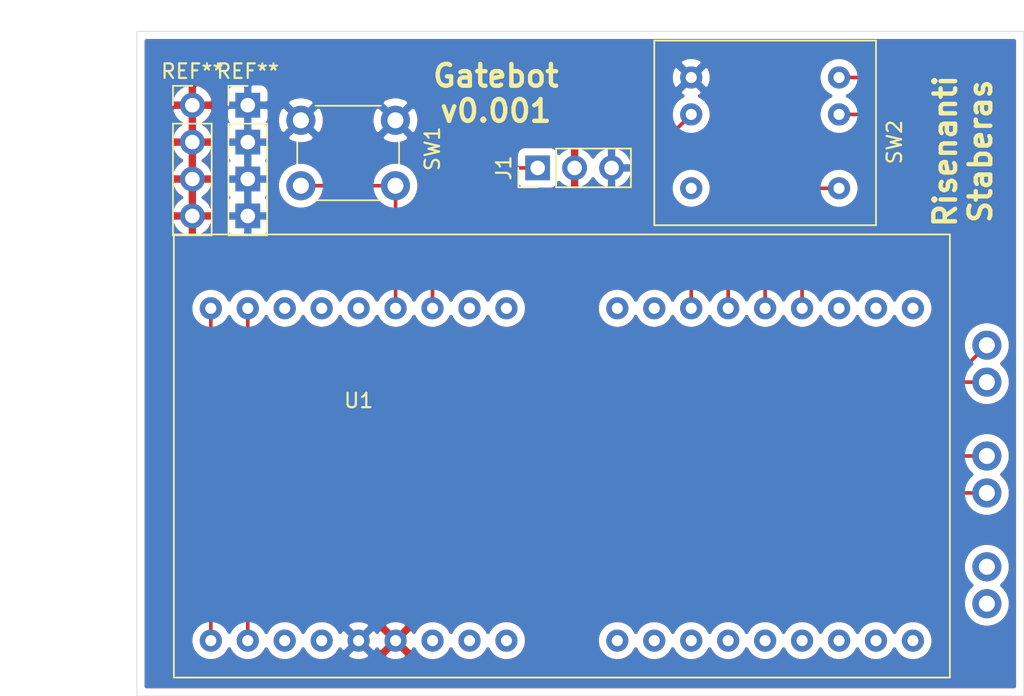
<source format=kicad_pcb>
(kicad_pcb (version 20171130) (host pcbnew "(5.1.6)-1")

  (general
    (thickness 1.6)
    (drawings 6)
    (tracks 51)
    (zones 0)
    (modules 6)
    (nets 37)
  )

  (page A4)
  (layers
    (0 F.Cu signal)
    (31 B.Cu signal)
    (32 B.Adhes user)
    (33 F.Adhes user)
    (34 B.Paste user)
    (35 F.Paste user)
    (36 B.SilkS user)
    (37 F.SilkS user)
    (38 B.Mask user)
    (39 F.Mask user)
    (40 Dwgs.User user)
    (41 Cmts.User user)
    (42 Eco1.User user)
    (43 Eco2.User user)
    (44 Edge.Cuts user)
    (45 Margin user)
    (46 B.CrtYd user)
    (47 F.CrtYd user)
    (48 B.Fab user)
    (49 F.Fab user)
  )

  (setup
    (last_trace_width 0.25)
    (trace_clearance 0.2)
    (zone_clearance 0.508)
    (zone_45_only no)
    (trace_min 0.2)
    (via_size 0.8)
    (via_drill 0.4)
    (via_min_size 0.4)
    (via_min_drill 0.3)
    (uvia_size 0.3)
    (uvia_drill 0.1)
    (uvias_allowed no)
    (uvia_min_size 0.2)
    (uvia_min_drill 0.1)
    (edge_width 0.05)
    (segment_width 0.2)
    (pcb_text_width 0.3)
    (pcb_text_size 1.5 1.5)
    (mod_edge_width 0.12)
    (mod_text_size 1 1)
    (mod_text_width 0.15)
    (pad_size 1.7 1.7)
    (pad_drill 1)
    (pad_to_mask_clearance 0.05)
    (aux_axis_origin 0 0)
    (visible_elements 7FFFFFFF)
    (pcbplotparams
      (layerselection 0x010fc_ffffffff)
      (usegerberextensions false)
      (usegerberattributes true)
      (usegerberadvancedattributes true)
      (creategerberjobfile true)
      (excludeedgelayer true)
      (linewidth 0.100000)
      (plotframeref false)
      (viasonmask false)
      (mode 1)
      (useauxorigin false)
      (hpglpennumber 1)
      (hpglpenspeed 20)
      (hpglpendiameter 15.000000)
      (psnegative false)
      (psa4output false)
      (plotreference true)
      (plotvalue true)
      (plotinvisibletext false)
      (padsonsilk false)
      (subtractmaskfromsilk false)
      (outputformat 1)
      (mirror false)
      (drillshape 0)
      (scaleselection 1)
      (outputdirectory "Gerbers/"))
  )

  (net 0 "")
  (net 1 GND)
  (net 2 +5V)
  (net 3 /SERVO_CNTL)
  (net 4 /BOOT_KEY)
  (net 5 /JTAG_TDO)
  (net 6 /ISP_RX)
  (net 7 /WIFI_TX)
  (net 8 /ISP_TX)
  (net 9 "Net-(U1-Pad35)")
  (net 10 "Net-(U1-Pad34)")
  (net 11 "Net-(U1-Pad33)")
  (net 12 "Net-(U1-Pad32)")
  (net 13 "Net-(U1-Pad31)")
  (net 14 "Net-(U1-Pad30)")
  (net 15 "Net-(U1-Pad29)")
  (net 16 "Net-(U1-Pad28)")
  (net 17 "Net-(U1-Pad27)")
  (net 18 "Net-(U1-Pad22)")
  (net 19 "Net-(U1-Pad23)")
  (net 20 "Net-(U1-Pad24)")
  (net 21 "Net-(U1-Pad25)")
  (net 22 "Net-(U1-Pad3v3)")
  (net 23 "Net-(U1-PadRST)")
  (net 24 "Net-(U1-Pad26)")
  (net 25 "Net-(U1-Pad21)")
  (net 26 "Net-(U1-Pad20)")
  (net 27 "Net-(U1-Pad19)")
  (net 28 "Net-(U1-Pad18)")
  (net 29 "Net-(U1-Pad17)")
  (net 30 "Net-(U1-Pad10)")
  (net 31 "Net-(U1-Pad9)")
  (net 32 "Net-(U1-Pad8)")
  (net 33 "Net-(U1-Pad7)")
  (net 34 "Net-(U1-Pad2)")
  (net 35 "Net-(U1-Pad1)")
  (net 36 "Net-(U1-Pad0)")

  (net_class Default "This is the default net class."
    (clearance 0.2)
    (trace_width 0.25)
    (via_dia 0.8)
    (via_drill 0.4)
    (uvia_dia 0.3)
    (uvia_drill 0.1)
    (add_net +5V)
    (add_net /BOOT_KEY)
    (add_net /ISP_RX)
    (add_net /ISP_TX)
    (add_net /JTAG_TDO)
    (add_net /SERVO_CNTL)
    (add_net /WIFI_TX)
    (add_net GND)
    (add_net "Net-(U1-Pad0)")
    (add_net "Net-(U1-Pad1)")
    (add_net "Net-(U1-Pad10)")
    (add_net "Net-(U1-Pad17)")
    (add_net "Net-(U1-Pad18)")
    (add_net "Net-(U1-Pad19)")
    (add_net "Net-(U1-Pad2)")
    (add_net "Net-(U1-Pad20)")
    (add_net "Net-(U1-Pad21)")
    (add_net "Net-(U1-Pad22)")
    (add_net "Net-(U1-Pad23)")
    (add_net "Net-(U1-Pad24)")
    (add_net "Net-(U1-Pad25)")
    (add_net "Net-(U1-Pad26)")
    (add_net "Net-(U1-Pad27)")
    (add_net "Net-(U1-Pad28)")
    (add_net "Net-(U1-Pad29)")
    (add_net "Net-(U1-Pad30)")
    (add_net "Net-(U1-Pad31)")
    (add_net "Net-(U1-Pad32)")
    (add_net "Net-(U1-Pad33)")
    (add_net "Net-(U1-Pad34)")
    (add_net "Net-(U1-Pad35)")
    (add_net "Net-(U1-Pad3v3)")
    (add_net "Net-(U1-Pad7)")
    (add_net "Net-(U1-Pad8)")
    (add_net "Net-(U1-Pad9)")
    (add_net "Net-(U1-PadRST)")
  )

  (module Connector_PinHeader_2.54mm:PinHeader_1x04_P2.54mm_Vertical (layer F.Cu) (tedit 5F62F38B) (tstamp 5F63558A)
    (at 114.3 73.66)
    (descr "Through hole straight pin header, 1x04, 2.54mm pitch, single row")
    (tags "Through hole pin header THT 1x04 2.54mm single row")
    (fp_text reference REF** (at 0 -2.33) (layer F.SilkS)
      (effects (font (size 1 1) (thickness 0.15)))
    )
    (fp_text value PinHeader_1x04_P2.54mm_Vertical (at 0 9.95) (layer F.Fab)
      (effects (font (size 1 1) (thickness 0.15)))
    )
    (fp_text user %R (at 0 3.81 90) (layer F.Fab)
      (effects (font (size 1 1) (thickness 0.15)))
    )
    (fp_line (start -0.635 -1.27) (end 1.27 -1.27) (layer F.Fab) (width 0.1))
    (fp_line (start 1.27 -1.27) (end 1.27 8.89) (layer F.Fab) (width 0.1))
    (fp_line (start 1.27 8.89) (end -1.27 8.89) (layer F.Fab) (width 0.1))
    (fp_line (start -1.27 8.89) (end -1.27 -0.635) (layer F.Fab) (width 0.1))
    (fp_line (start -1.27 -0.635) (end -0.635 -1.27) (layer F.Fab) (width 0.1))
    (fp_line (start -1.33 8.95) (end 1.33 8.95) (layer F.SilkS) (width 0.12))
    (fp_line (start -1.33 1.27) (end -1.33 8.95) (layer F.SilkS) (width 0.12))
    (fp_line (start 1.33 1.27) (end 1.33 8.95) (layer F.SilkS) (width 0.12))
    (fp_line (start -1.33 1.27) (end 1.33 1.27) (layer F.SilkS) (width 0.12))
    (fp_line (start -1.33 0) (end -1.33 -1.33) (layer F.SilkS) (width 0.12))
    (fp_line (start -1.33 -1.33) (end 0 -1.33) (layer F.SilkS) (width 0.12))
    (fp_line (start -1.8 -1.8) (end -1.8 9.4) (layer F.CrtYd) (width 0.05))
    (fp_line (start -1.8 9.4) (end 1.8 9.4) (layer F.CrtYd) (width 0.05))
    (fp_line (start 1.8 9.4) (end 1.8 -1.8) (layer F.CrtYd) (width 0.05))
    (fp_line (start 1.8 -1.8) (end -1.8 -1.8) (layer F.CrtYd) (width 0.05))
    (pad 4 thru_hole rect (at 0 7.62) (size 1.7 1.7) (drill 1) (layers *.Cu *.Mask)
      (net 1 GND))
    (pad 3 thru_hole rect (at 0 5.08) (size 1.7 1.7) (drill 1) (layers *.Cu *.Mask)
      (net 1 GND))
    (pad 2 thru_hole rect (at 0 2.54) (size 1.7 1.7) (drill 1) (layers *.Cu *.Mask)
      (net 1 GND))
    (pad 1 thru_hole rect (at 0 0) (size 1.7 1.7) (drill 1) (layers *.Cu *.Mask)
      (net 1 GND))
    (model ${KISYS3DMOD}/Connector_PinHeader_2.54mm.3dshapes/PinHeader_1x04_P2.54mm_Vertical.wrl
      (at (xyz 0 0 0))
      (scale (xyz 1 1 1))
      (rotate (xyz 0 0 0))
    )
  )

  (module gatebot_pcb:sipeeed_maix_bit (layer F.Cu) (tedit 5F60E882) (tstamp 5F5F088D)
    (at 142.24 92.71)
    (path /5F5ED51A)
    (fp_text reference U1 (at -20.32 1.27) (layer F.SilkS)
      (effects (font (size 1 1) (thickness 0.15)))
    )
    (fp_text value sipeed_maix_bit (at -16.51 -3.81) (layer F.Fab)
      (effects (font (size 1 1) (thickness 0.15)))
    )
    (fp_line (start -33.02 20.32) (end 20.32 20.32) (layer F.SilkS) (width 0.12))
    (fp_line (start 20.32 -10.16) (end -33.02 -10.16) (layer F.SilkS) (width 0.12))
    (fp_line (start 20.32 -10.16) (end 20.32 20.32) (layer F.SilkS) (width 0.12))
    (fp_line (start -33.02 -10.16) (end -33.02 20.32) (layer F.SilkS) (width 0.12))
    (pad 35 thru_hole circle (at 17.78 17.78) (size 1.524 1.524) (drill 0.762) (layers *.Cu *.Mask)
      (net 9 "Net-(U1-Pad35)"))
    (pad 34 thru_hole circle (at 15.24 17.78) (size 1.524 1.524) (drill 0.762) (layers *.Cu *.Mask)
      (net 10 "Net-(U1-Pad34)"))
    (pad 33 thru_hole circle (at 12.7 17.78) (size 1.524 1.524) (drill 0.762) (layers *.Cu *.Mask)
      (net 11 "Net-(U1-Pad33)"))
    (pad 32 thru_hole circle (at 10.16 17.78) (size 1.524 1.524) (drill 0.762) (layers *.Cu *.Mask)
      (net 12 "Net-(U1-Pad32)"))
    (pad 31 thru_hole circle (at 7.62 17.78) (size 1.524 1.524) (drill 0.762) (layers *.Cu *.Mask)
      (net 13 "Net-(U1-Pad31)"))
    (pad 30 thru_hole circle (at 5.08 17.78) (size 1.524 1.524) (drill 0.762) (layers *.Cu *.Mask)
      (net 14 "Net-(U1-Pad30)"))
    (pad 29 thru_hole circle (at 2.54 17.78) (size 1.524 1.524) (drill 0.762) (layers *.Cu *.Mask)
      (net 15 "Net-(U1-Pad29)"))
    (pad 28 thru_hole circle (at 0 17.78) (size 1.524 1.524) (drill 0.762) (layers *.Cu *.Mask)
      (net 16 "Net-(U1-Pad28)"))
    (pad 27 thru_hole circle (at -2.54 17.78) (size 1.524 1.524) (drill 0.762) (layers *.Cu *.Mask)
      (net 17 "Net-(U1-Pad27)"))
    (pad 22 thru_hole circle (at -30.48 17.78) (size 1.524 1.524) (drill 0.762) (layers *.Cu *.Mask)
      (net 18 "Net-(U1-Pad22)"))
    (pad 23 thru_hole circle (at -27.94 17.78) (size 1.524 1.524) (drill 0.762) (layers *.Cu *.Mask)
      (net 19 "Net-(U1-Pad23)"))
    (pad 24 thru_hole circle (at -25.4 17.78) (size 1.524 1.524) (drill 0.762) (layers *.Cu *.Mask)
      (net 20 "Net-(U1-Pad24)"))
    (pad 25 thru_hole circle (at -22.86 17.78 90) (size 1.524 1.524) (drill 0.762) (layers *.Cu *.Mask)
      (net 21 "Net-(U1-Pad25)"))
    (pad GND thru_hole circle (at -20.32 17.78) (size 1.524 1.524) (drill 0.762) (layers *.Cu *.Mask)
      (net 1 GND))
    (pad 5v thru_hole circle (at -17.78 17.78) (size 1.524 1.524) (drill 0.762) (layers *.Cu *.Mask)
      (net 2 +5V))
    (pad 3v3 thru_hole circle (at -15.24 17.78) (size 1.524 1.524) (drill 0.762) (layers *.Cu *.Mask)
      (net 22 "Net-(U1-Pad3v3)"))
    (pad RST thru_hole circle (at -12.7 17.78) (size 1.524 1.524) (drill 0.762) (layers *.Cu *.Mask)
      (net 23 "Net-(U1-PadRST)"))
    (pad 26 thru_hole circle (at -10.16 17.78) (size 1.524 1.524) (drill 0.762) (layers *.Cu *.Mask)
      (net 24 "Net-(U1-Pad26)"))
    (pad 21 thru_hole circle (at -30.48 -5.08) (size 1.524 1.524) (drill 0.762) (layers *.Cu *.Mask)
      (net 25 "Net-(U1-Pad21)"))
    (pad 20 thru_hole circle (at -27.94 -5.08) (size 1.524 1.524) (drill 0.762) (layers *.Cu *.Mask)
      (net 26 "Net-(U1-Pad20)"))
    (pad 19 thru_hole circle (at -25.4 -5.08) (size 1.524 1.524) (drill 0.762) (layers *.Cu *.Mask)
      (net 27 "Net-(U1-Pad19)"))
    (pad 18 thru_hole circle (at -22.86 -5.08) (size 1.524 1.524) (drill 0.762) (layers *.Cu *.Mask)
      (net 28 "Net-(U1-Pad18)"))
    (pad 17 thru_hole circle (at -20.32 -5.08) (size 1.524 1.524) (drill 0.762) (layers *.Cu *.Mask)
      (net 29 "Net-(U1-Pad17)"))
    (pad 16 thru_hole circle (at -17.78 -5.08) (size 1.524 1.524) (drill 0.762) (layers *.Cu *.Mask)
      (net 4 /BOOT_KEY))
    (pad 15 thru_hole circle (at -15.24 -5.08) (size 1.524 1.524) (drill 0.762) (layers *.Cu *.Mask)
      (net 3 /SERVO_CNTL))
    (pad 10 thru_hole circle (at -12.7 -5.08) (size 1.524 1.524) (drill 0.762) (layers *.Cu *.Mask)
      (net 30 "Net-(U1-Pad10)"))
    (pad 9 thru_hole circle (at -10.16 -5.08) (size 1.524 1.524) (drill 0.762) (layers *.Cu *.Mask)
      (net 31 "Net-(U1-Pad9)"))
    (pad 8 thru_hole circle (at -2.54 -5.08) (size 1.524 1.524) (drill 0.762) (layers *.Cu *.Mask)
      (net 32 "Net-(U1-Pad8)"))
    (pad 7 thru_hole circle (at 0 -5.08) (size 1.524 1.524) (drill 0.762) (layers *.Cu *.Mask)
      (net 33 "Net-(U1-Pad7)"))
    (pad 6 thru_hole circle (at 2.54 -5.08) (size 1.524 1.524) (drill 0.762) (layers *.Cu *.Mask)
      (net 7 /WIFI_TX))
    (pad 5 thru_hole circle (at 5.08 -5.08) (size 1.524 1.524) (drill 0.762) (layers *.Cu *.Mask)
      (net 8 /ISP_TX))
    (pad 4 thru_hole circle (at 7.62 -5.08) (size 1.524 1.524) (drill 0.762) (layers *.Cu *.Mask)
      (net 6 /ISP_RX))
    (pad 3 thru_hole circle (at 10.16 -5.08) (size 1.524 1.524) (drill 0.762) (layers *.Cu *.Mask)
      (net 5 /JTAG_TDO))
    (pad 2 thru_hole circle (at 12.7 -5.08) (size 1.524 1.524) (drill 0.762) (layers *.Cu *.Mask)
      (net 34 "Net-(U1-Pad2)"))
    (pad 1 thru_hole circle (at 15.24 -5.08) (size 1.524 1.524) (drill 0.762) (layers *.Cu *.Mask)
      (net 35 "Net-(U1-Pad1)"))
    (pad 0 thru_hole circle (at 17.78 -5.08) (size 1.524 1.524) (drill 0.762) (layers *.Cu *.Mask)
      (net 36 "Net-(U1-Pad0)"))
  )

  (module Connector_PinHeader_2.54mm:PinHeader_1x04_P2.54mm_Vertical (layer F.Cu) (tedit 5F62F33C) (tstamp 5F6350D8)
    (at 110.49 73.66)
    (descr "Through hole straight pin header, 1x04, 2.54mm pitch, single row")
    (tags "Through hole pin header THT 1x04 2.54mm single row")
    (fp_text reference REF** (at 0 -2.33) (layer F.SilkS)
      (effects (font (size 1 1) (thickness 0.15)))
    )
    (fp_text value PinHeader_1x04_P2.54mm_Vertical (at 0 9.95) (layer F.Fab)
      (effects (font (size 1 1) (thickness 0.15)))
    )
    (fp_text user %R (at 0 3.81 90) (layer F.Fab)
      (effects (font (size 1 1) (thickness 0.15)))
    )
    (fp_line (start -0.635 -1.27) (end 1.27 -1.27) (layer F.Fab) (width 0.1))
    (fp_line (start 1.27 -1.27) (end 1.27 8.89) (layer F.Fab) (width 0.1))
    (fp_line (start 1.27 8.89) (end -1.27 8.89) (layer F.Fab) (width 0.1))
    (fp_line (start -1.27 8.89) (end -1.27 -0.635) (layer F.Fab) (width 0.1))
    (fp_line (start -1.27 -0.635) (end -0.635 -1.27) (layer F.Fab) (width 0.1))
    (fp_line (start -1.33 8.95) (end 1.33 8.95) (layer F.SilkS) (width 0.12))
    (fp_line (start -1.33 1.27) (end -1.33 8.95) (layer F.SilkS) (width 0.12))
    (fp_line (start 1.33 1.27) (end 1.33 8.95) (layer F.SilkS) (width 0.12))
    (fp_line (start -1.33 1.27) (end 1.33 1.27) (layer F.SilkS) (width 0.12))
    (fp_line (start -1.33 0) (end -1.33 -1.33) (layer F.SilkS) (width 0.12))
    (fp_line (start -1.33 -1.33) (end 0 -1.33) (layer F.SilkS) (width 0.12))
    (fp_line (start -1.8 -1.8) (end -1.8 9.4) (layer F.CrtYd) (width 0.05))
    (fp_line (start -1.8 9.4) (end 1.8 9.4) (layer F.CrtYd) (width 0.05))
    (fp_line (start 1.8 9.4) (end 1.8 -1.8) (layer F.CrtYd) (width 0.05))
    (fp_line (start 1.8 -1.8) (end -1.8 -1.8) (layer F.CrtYd) (width 0.05))
    (pad 4 thru_hole oval (at 0 7.62) (size 1.7 1.7) (drill 1) (layers *.Cu *.Mask)
      (net 2 +5V))
    (pad 3 thru_hole oval (at 0 5.08) (size 1.7 1.7) (drill 1) (layers *.Cu *.Mask)
      (net 2 +5V))
    (pad 2 thru_hole oval (at 0 2.54) (size 1.7 1.7) (drill 1) (layers *.Cu *.Mask)
      (net 2 +5V))
    (pad 1 thru_hole oval (at 0 0) (size 1.7 1.7) (drill 1) (layers *.Cu *.Mask)
      (net 2 +5V))
    (model ${KISYS3DMOD}/Connector_PinHeader_2.54mm.3dshapes/PinHeader_1x04_P2.54mm_Vertical.wrl
      (at (xyz 0 0 0))
      (scale (xyz 1 1 1))
      (rotate (xyz 0 0 0))
    )
  )

  (module gatebot_pcb:weird_6_pin_button (layer F.Cu) (tedit 5F6108D8) (tstamp 5F5FF7B3)
    (at 147.32 66.675 90)
    (path /5F5F8A8E)
    (fp_text reference SW2 (at -9.525 11.43 90) (layer F.SilkS)
      (effects (font (size 1 1) (thickness 0.15)))
    )
    (fp_text value SW_DIP_x03 (at -8.89 0 90) (layer F.Fab)
      (effects (font (size 1 1) (thickness 0.15)))
    )
    (fp_line (start -15.24 10.16) (end -2.54 10.16) (layer F.SilkS) (width 0.12))
    (fp_line (start -15.24 -5.08) (end -15.24 10.16) (layer F.SilkS) (width 0.12))
    (fp_line (start -2.54 -5.08) (end -15.24 -5.08) (layer F.SilkS) (width 0.12))
    (fp_line (start -2.54 -5.08) (end -2.54 10.16) (layer F.SilkS) (width 0.12))
    (pad 6 thru_hole circle (at -12.7 7.62 90) (size 1.524 1.524) (drill 0.762) (layers *.Cu *.Mask)
      (net 8 /ISP_TX))
    (pad 5 thru_hole circle (at -7.62 7.62 90) (size 1.524 1.524) (drill 0.762) (layers *.Cu *.Mask)
      (net 6 /ISP_RX))
    (pad 4 thru_hole circle (at -5.08 7.62 90) (size 1.524 1.524) (drill 0.762) (layers *.Cu *.Mask)
      (net 5 /JTAG_TDO))
    (pad 3 thru_hole circle (at -5.08 -2.54 90) (size 1.524 1.524) (drill 0.762) (layers *.Cu *.Mask)
      (net 1 GND))
    (pad 2 thru_hole circle (at -7.62 -2.54 90) (size 1.524 1.524) (drill 0.762) (layers *.Cu *.Mask)
      (net 7 /WIFI_TX))
    (pad 1 thru_hole circle (at -12.7 -2.54 90) (size 1.524 1.524) (drill 0.762) (layers *.Cu *.Mask))
  )

  (module Button_Switch_THT:SW_PUSH_6mm (layer F.Cu) (tedit 5A02FE31) (tstamp 5F5F1421)
    (at 124.45 79.2 180)
    (descr https://www.omron.com/ecb/products/pdf/en-b3f.pdf)
    (tags "tact sw push 6mm")
    (path /5F5F0005)
    (fp_text reference SW1 (at -2.54 2.54 270) (layer F.SilkS)
      (effects (font (size 1 1) (thickness 0.15)))
    )
    (fp_text value SW_Push (at 3.75 6.7) (layer F.Fab) hide
      (effects (font (size 1 1) (thickness 0.15)))
    )
    (fp_line (start 3.25 -0.75) (end 6.25 -0.75) (layer F.Fab) (width 0.1))
    (fp_line (start 6.25 -0.75) (end 6.25 5.25) (layer F.Fab) (width 0.1))
    (fp_line (start 6.25 5.25) (end 0.25 5.25) (layer F.Fab) (width 0.1))
    (fp_line (start 0.25 5.25) (end 0.25 -0.75) (layer F.Fab) (width 0.1))
    (fp_line (start 0.25 -0.75) (end 3.25 -0.75) (layer F.Fab) (width 0.1))
    (fp_line (start 7.75 6) (end 8 6) (layer F.CrtYd) (width 0.05))
    (fp_line (start 8 6) (end 8 5.75) (layer F.CrtYd) (width 0.05))
    (fp_line (start 7.75 -1.5) (end 8 -1.5) (layer F.CrtYd) (width 0.05))
    (fp_line (start 8 -1.5) (end 8 -1.25) (layer F.CrtYd) (width 0.05))
    (fp_line (start -1.5 -1.25) (end -1.5 -1.5) (layer F.CrtYd) (width 0.05))
    (fp_line (start -1.5 -1.5) (end -1.25 -1.5) (layer F.CrtYd) (width 0.05))
    (fp_line (start -1.5 5.75) (end -1.5 6) (layer F.CrtYd) (width 0.05))
    (fp_line (start -1.5 6) (end -1.25 6) (layer F.CrtYd) (width 0.05))
    (fp_line (start -1.25 -1.5) (end 7.75 -1.5) (layer F.CrtYd) (width 0.05))
    (fp_line (start -1.5 5.75) (end -1.5 -1.25) (layer F.CrtYd) (width 0.05))
    (fp_line (start 7.75 6) (end -1.25 6) (layer F.CrtYd) (width 0.05))
    (fp_line (start 8 -1.25) (end 8 5.75) (layer F.CrtYd) (width 0.05))
    (fp_line (start 1 5.5) (end 5.5 5.5) (layer F.SilkS) (width 0.12))
    (fp_line (start -0.25 1.5) (end -0.25 3) (layer F.SilkS) (width 0.12))
    (fp_line (start 5.5 -1) (end 1 -1) (layer F.SilkS) (width 0.12))
    (fp_line (start 6.75 3) (end 6.75 1.5) (layer F.SilkS) (width 0.12))
    (fp_circle (center 3.25 2.25) (end 1.25 2.5) (layer F.Fab) (width 0.1))
    (fp_text user %R (at 3.25 2.25) (layer F.Fab)
      (effects (font (size 1 1) (thickness 0.15)))
    )
    (pad 1 thru_hole circle (at 6.5 0 270) (size 2 2) (drill 1.1) (layers *.Cu *.Mask)
      (net 4 /BOOT_KEY))
    (pad 2 thru_hole circle (at 6.5 4.5 270) (size 2 2) (drill 1.1) (layers *.Cu *.Mask)
      (net 1 GND))
    (pad 1 thru_hole circle (at 0 0 270) (size 2 2) (drill 1.1) (layers *.Cu *.Mask)
      (net 4 /BOOT_KEY))
    (pad 2 thru_hole circle (at 0 4.5 270) (size 2 2) (drill 1.1) (layers *.Cu *.Mask)
      (net 1 GND))
    (model ${KISYS3DMOD}/Button_Switch_THT.3dshapes/SW_PUSH_6mm.wrl
      (at (xyz 0 0 0))
      (scale (xyz 1 1 1))
      (rotate (xyz 0 0 0))
    )
  )

  (module Connector_PinHeader_2.54mm:PinHeader_1x03_P2.54mm_Vertical (layer F.Cu) (tedit 5F5EE53F) (tstamp 5F5F07BF)
    (at 134.225 77.975 90)
    (descr "Through hole straight pin header, 1x03, 2.54mm pitch, single row")
    (tags "Through hole pin header THT 1x03 2.54mm single row")
    (path /5F5EDA11)
    (fp_text reference J1 (at 0 -2.33 90) (layer F.SilkS)
      (effects (font (size 1 1) (thickness 0.15)))
    )
    (fp_text value Conn_01x03 (at 0 7.41 90) (layer F.Fab) hide
      (effects (font (size 1 1) (thickness 0.15)))
    )
    (fp_line (start -0.635 -1.27) (end 1.27 -1.27) (layer F.Fab) (width 0.1))
    (fp_line (start 1.27 -1.27) (end 1.27 6.35) (layer F.Fab) (width 0.1))
    (fp_line (start 1.27 6.35) (end -1.27 6.35) (layer F.Fab) (width 0.1))
    (fp_line (start -1.27 6.35) (end -1.27 -0.635) (layer F.Fab) (width 0.1))
    (fp_line (start -1.27 -0.635) (end -0.635 -1.27) (layer F.Fab) (width 0.1))
    (fp_line (start -1.33 6.41) (end 1.33 6.41) (layer F.SilkS) (width 0.12))
    (fp_line (start -1.33 1.27) (end -1.33 6.41) (layer F.SilkS) (width 0.12))
    (fp_line (start 1.33 1.27) (end 1.33 6.41) (layer F.SilkS) (width 0.12))
    (fp_line (start -1.33 1.27) (end 1.33 1.27) (layer F.SilkS) (width 0.12))
    (fp_line (start -1.33 0) (end -1.33 -1.33) (layer F.SilkS) (width 0.12))
    (fp_line (start -1.33 -1.33) (end 0 -1.33) (layer F.SilkS) (width 0.12))
    (fp_line (start -1.8 -1.8) (end -1.8 6.85) (layer F.CrtYd) (width 0.05))
    (fp_line (start -1.8 6.85) (end 1.8 6.85) (layer F.CrtYd) (width 0.05))
    (fp_line (start 1.8 6.85) (end 1.8 -1.8) (layer F.CrtYd) (width 0.05))
    (fp_line (start 1.8 -1.8) (end -1.8 -1.8) (layer F.CrtYd) (width 0.05))
    (fp_text user %R (at 0 2.54) (layer F.Fab)
      (effects (font (size 1 1) (thickness 0.15)))
    )
    (pad 3 thru_hole oval (at 0 5.08 90) (size 1.7 1.7) (drill 1) (layers *.Cu *.Mask)
      (net 1 GND))
    (pad 2 thru_hole oval (at 0 2.54 90) (size 1.7 1.7) (drill 1) (layers *.Cu *.Mask)
      (net 2 +5V))
    (pad 1 thru_hole rect (at 0 0 90) (size 1.7 1.7) (drill 1) (layers *.Cu *.Mask)
      (net 3 /SERVO_CNTL))
    (model ${KISYS3DMOD}/Connector_PinHeader_2.54mm.3dshapes/PinHeader_1x03_P2.54mm_Vertical.wrl
      (at (xyz 0 0 0))
      (scale (xyz 1 1 1))
      (rotate (xyz 0 0 0))
    )
  )

  (gr_line (start 106.68 114.3) (end 167.64 114.3) (layer Edge.Cuts) (width 0.05) (tstamp 5F5FF0F3))
  (gr_line (start 106.68 68.58) (end 106.68 114.3) (layer Edge.Cuts) (width 0.05))
  (gr_line (start 167.64 68.58) (end 106.68 68.58) (layer Edge.Cuts) (width 0.05))
  (gr_line (start 167.64 114.3) (end 167.64 68.58) (layer Edge.Cuts) (width 0.05))
  (gr_text "Risenanti\nStaberas" (at 163.45 76.825 90) (layer F.SilkS)
    (effects (font (size 1.5 1.5) (thickness 0.3)))
  )
  (gr_text "Gatebot\nv0.001" (at 131.35 72.85) (layer F.SilkS)
    (effects (font (size 1.5 1.5) (thickness 0.3)))
  )

  (via (at 165.1 105.41) (size 2) (drill 1.1) (layers F.Cu B.Cu) (net 0))
  (via (at 165.1 107.95) (size 2) (drill 1.1) (layers F.Cu B.Cu) (net 0))
  (segment (start 134.225 77.975) (end 127.765 77.975) (width 0.25) (layer F.Cu) (net 3))
  (segment (start 127 78.74) (end 127 85.09) (width 0.25) (layer F.Cu) (net 3))
  (segment (start 127.765 77.975) (end 127 78.74) (width 0.25) (layer F.Cu) (net 3))
  (segment (start 127 85.09) (end 127 87.63) (width 0.25) (layer F.Cu) (net 3))
  (segment (start 124.46 79.21) (end 124.45 79.2) (width 0.25) (layer F.Cu) (net 4))
  (segment (start 124.46 85.09) (end 124.46 79.21) (width 0.25) (layer F.Cu) (net 4))
  (segment (start 119.364213 79.2) (end 124.45 79.2) (width 0.25) (layer F.Cu) (net 4))
  (segment (start 117.95 79.2) (end 119.364213 79.2) (width 0.25) (layer F.Cu) (net 4))
  (segment (start 124.46 85.09) (end 124.46 87.63) (width 0.25) (layer F.Cu) (net 4))
  (segment (start 154.94 71.755) (end 156.845 71.755) (width 0.25) (layer F.Cu) (net 5))
  (segment (start 156.845 71.755) (end 158.75 73.66) (width 0.25) (layer F.Cu) (net 5))
  (segment (start 158.75 73.66) (end 158.75 83.82) (width 0.25) (layer F.Cu) (net 5))
  (segment (start 158.75 83.82) (end 152.4 83.82) (width 0.25) (layer F.Cu) (net 5))
  (segment (start 152.4 83.82) (end 152.4 87.63) (width 0.25) (layer F.Cu) (net 5))
  (segment (start 149.86 82.55) (end 149.86 87.63) (width 0.25) (layer F.Cu) (net 6))
  (segment (start 151.13 81.28) (end 149.86 82.55) (width 0.25) (layer F.Cu) (net 6))
  (segment (start 156.845 74.295) (end 157.48 74.93) (width 0.25) (layer F.Cu) (net 6))
  (segment (start 154.94 74.295) (end 156.845 74.295) (width 0.25) (layer F.Cu) (net 6))
  (segment (start 157.48 80.01) (end 156.21 81.28) (width 0.25) (layer F.Cu) (net 6))
  (segment (start 156.21 81.28) (end 151.13 81.28) (width 0.25) (layer F.Cu) (net 6))
  (segment (start 157.48 74.93) (end 157.48 80.01) (width 0.25) (layer F.Cu) (net 6))
  (segment (start 144.78 84.01237) (end 142.875 82.10737) (width 0.25) (layer F.Cu) (net 7))
  (segment (start 144.78 85.09) (end 144.78 84.01237) (width 0.25) (layer F.Cu) (net 7))
  (segment (start 142.875 76.2) (end 144.78 74.295) (width 0.25) (layer F.Cu) (net 7))
  (segment (start 142.875 82.10737) (end 142.875 76.2) (width 0.25) (layer F.Cu) (net 7))
  (segment (start 144.78 85.09) (end 144.78 87.63) (width 0.25) (layer F.Cu) (net 7))
  (segment (start 154.94 79.375) (end 150.495 79.375) (width 0.25) (layer F.Cu) (net 8))
  (segment (start 147.32 82.55) (end 147.32 87.63) (width 0.25) (layer F.Cu) (net 8))
  (segment (start 150.495 79.375) (end 147.32 82.55) (width 0.25) (layer F.Cu) (net 8))
  (via (at 165.1 97.79) (size 2) (drill 1.1) (layers F.Cu B.Cu) (net 18))
  (segment (start 111.76 110.49) (end 111.76 107.95) (width 0.25) (layer F.Cu) (net 18))
  (segment (start 165.1 97.79) (end 116.84 97.79) (width 0.25) (layer F.Cu) (net 18))
  (segment (start 111.76 102.87) (end 111.76 107.95) (width 0.25) (layer F.Cu) (net 18))
  (segment (start 116.84 97.79) (end 111.76 102.87) (width 0.25) (layer F.Cu) (net 18))
  (via (at 165.1 100.33) (size 2) (drill 1.1) (layers F.Cu B.Cu) (net 19))
  (segment (start 161.29 100.33) (end 165.1 100.33) (width 0.25) (layer F.Cu) (net 19))
  (segment (start 160.02 99.06) (end 161.29 100.33) (width 0.25) (layer F.Cu) (net 19))
  (segment (start 118.11 99.06) (end 160.02 99.06) (width 0.25) (layer F.Cu) (net 19))
  (segment (start 114.3 110.49) (end 114.3 102.87) (width 0.25) (layer F.Cu) (net 19))
  (segment (start 114.3 102.87) (end 118.11 99.06) (width 0.25) (layer F.Cu) (net 19))
  (via (at 165.1 92.71) (size 2) (drill 1.1) (layers F.Cu B.Cu) (net 25))
  (segment (start 114.3 92.71) (end 165.1 92.71) (width 0.25) (layer F.Cu) (net 25))
  (segment (start 111.76 87.63) (end 111.76 90.17) (width 0.25) (layer F.Cu) (net 25))
  (segment (start 111.76 90.17) (end 114.3 92.71) (width 0.25) (layer F.Cu) (net 25))
  (via (at 165.1 90.17) (size 2) (drill 1.1) (layers F.Cu B.Cu) (net 26))
  (segment (start 163.83 91.44) (end 165.1 90.17) (width 0.25) (layer F.Cu) (net 26))
  (segment (start 114.3 87.63) (end 114.3 90.17) (width 0.25) (layer F.Cu) (net 26))
  (segment (start 114.3 90.17) (end 115.57 91.44) (width 0.25) (layer F.Cu) (net 26))
  (segment (start 115.57 91.44) (end 163.83 91.44) (width 0.25) (layer F.Cu) (net 26))

  (zone (net 2) (net_name +5V) (layer F.Cu) (tstamp 0) (hatch edge 0.508)
    (connect_pads (clearance 0.508))
    (min_thickness 0.254)
    (fill yes (arc_segments 32) (thermal_gap 0.508) (thermal_bridge_width 0.508))
    (polygon
      (pts
        (xy 167.64 68.58) (xy 106.68 68.58) (xy 106.68 114.3) (xy 167.64 114.3)
      )
    )
    (filled_polygon
      (pts
        (xy 166.98 113.64) (xy 107.34 113.64) (xy 107.34 110.352408) (xy 110.363 110.352408) (xy 110.363 110.627592)
        (xy 110.416686 110.89749) (xy 110.521995 111.151727) (xy 110.67488 111.380535) (xy 110.869465 111.57512) (xy 111.098273 111.728005)
        (xy 111.35251 111.833314) (xy 111.622408 111.887) (xy 111.897592 111.887) (xy 112.16749 111.833314) (xy 112.421727 111.728005)
        (xy 112.650535 111.57512) (xy 112.84512 111.380535) (xy 112.998005 111.151727) (xy 113.03 111.074485) (xy 113.061995 111.151727)
        (xy 113.21488 111.380535) (xy 113.409465 111.57512) (xy 113.638273 111.728005) (xy 113.89251 111.833314) (xy 114.162408 111.887)
        (xy 114.437592 111.887) (xy 114.70749 111.833314) (xy 114.961727 111.728005) (xy 115.190535 111.57512) (xy 115.38512 111.380535)
        (xy 115.538005 111.151727) (xy 115.57 111.074485) (xy 115.601995 111.151727) (xy 115.75488 111.380535) (xy 115.949465 111.57512)
        (xy 116.178273 111.728005) (xy 116.43251 111.833314) (xy 116.702408 111.887) (xy 116.977592 111.887) (xy 117.24749 111.833314)
        (xy 117.501727 111.728005) (xy 117.730535 111.57512) (xy 117.92512 111.380535) (xy 118.078005 111.151727) (xy 118.11 111.074485)
        (xy 118.141995 111.151727) (xy 118.29488 111.380535) (xy 118.489465 111.57512) (xy 118.718273 111.728005) (xy 118.97251 111.833314)
        (xy 119.242408 111.887) (xy 119.517592 111.887) (xy 119.78749 111.833314) (xy 120.041727 111.728005) (xy 120.270535 111.57512)
        (xy 120.46512 111.380535) (xy 120.618005 111.151727) (xy 120.65 111.074485) (xy 120.681995 111.151727) (xy 120.83488 111.380535)
        (xy 121.029465 111.57512) (xy 121.258273 111.728005) (xy 121.51251 111.833314) (xy 121.782408 111.887) (xy 122.057592 111.887)
        (xy 122.32749 111.833314) (xy 122.581727 111.728005) (xy 122.810535 111.57512) (xy 122.93009 111.455565) (xy 123.67404 111.455565)
        (xy 123.74102 111.695656) (xy 123.990048 111.812756) (xy 124.257135 111.879023) (xy 124.532017 111.89191) (xy 124.804133 111.850922)
        (xy 125.063023 111.757636) (xy 125.17898 111.695656) (xy 125.24596 111.455565) (xy 124.46 110.669605) (xy 123.67404 111.455565)
        (xy 122.93009 111.455565) (xy 123.00512 111.380535) (xy 123.158005 111.151727) (xy 123.187692 111.080057) (xy 123.192364 111.093023)
        (xy 123.254344 111.20898) (xy 123.494435 111.27596) (xy 124.280395 110.49) (xy 124.639605 110.49) (xy 125.425565 111.27596)
        (xy 125.665656 111.20898) (xy 125.729485 111.07324) (xy 125.761995 111.151727) (xy 125.91488 111.380535) (xy 126.109465 111.57512)
        (xy 126.338273 111.728005) (xy 126.59251 111.833314) (xy 126.862408 111.887) (xy 127.137592 111.887) (xy 127.40749 111.833314)
        (xy 127.661727 111.728005) (xy 127.890535 111.57512) (xy 128.08512 111.380535) (xy 128.238005 111.151727) (xy 128.27 111.074485)
        (xy 128.301995 111.151727) (xy 128.45488 111.380535) (xy 128.649465 111.57512) (xy 128.878273 111.728005) (xy 129.13251 111.833314)
        (xy 129.402408 111.887) (xy 129.677592 111.887) (xy 129.94749 111.833314) (xy 130.201727 111.728005) (xy 130.430535 111.57512)
        (xy 130.62512 111.380535) (xy 130.778005 111.151727) (xy 130.81 111.074485) (xy 130.841995 111.151727) (xy 130.99488 111.380535)
        (xy 131.189465 111.57512) (xy 131.418273 111.728005) (xy 131.67251 111.833314) (xy 131.942408 111.887) (xy 132.217592 111.887)
        (xy 132.48749 111.833314) (xy 132.741727 111.728005) (xy 132.970535 111.57512) (xy 133.16512 111.380535) (xy 133.318005 111.151727)
        (xy 133.423314 110.89749) (xy 133.477 110.627592) (xy 133.477 110.352408) (xy 138.303 110.352408) (xy 138.303 110.627592)
        (xy 138.356686 110.89749) (xy 138.461995 111.151727) (xy 138.61488 111.380535) (xy 138.809465 111.57512) (xy 139.038273 111.728005)
        (xy 139.29251 111.833314) (xy 139.562408 111.887) (xy 139.837592 111.887) (xy 140.10749 111.833314) (xy 140.361727 111.728005)
        (xy 140.590535 111.57512) (xy 140.78512 111.380535) (xy 140.938005 111.151727) (xy 140.97 111.074485) (xy 141.001995 111.151727)
        (xy 141.15488 111.380535) (xy 141.349465 111.57512) (xy 141.578273 111.728005) (xy 141.83251 111.833314) (xy 142.102408 111.887)
        (xy 142.377592 111.887) (xy 142.64749 111.833314) (xy 142.901727 111.728005) (xy 143.130535 111.57512) (xy 143.32512 111.380535)
        (xy 143.478005 111.151727) (xy 143.51 111.074485) (xy 143.541995 111.151727) (xy 143.69488 111.380535) (xy 143.889465 111.57512)
        (xy 144.118273 111.728005) (xy 144.37251 111.833314) (xy 144.642408 111.887) (xy 144.917592 111.887) (xy 145.18749 111.833314)
        (xy 145.441727 111.728005) (xy 145.670535 111.57512) (xy 145.86512 111.380535) (xy 146.018005 111.151727) (xy 146.05 111.074485)
        (xy 146.081995 111.151727) (xy 146.23488 111.380535) (xy 146.429465 111.57512) (xy 146.658273 111.728005) (xy 146.91251 111.833314)
        (xy 147.182408 111.887) (xy 147.457592 111.887) (xy 147.72749 111.833314) (xy 147.981727 111.728005) (xy 148.210535 111.57512)
        (xy 148.40512 111.380535) (xy 148.558005 111.151727) (xy 148.59 111.074485) (xy 148.621995 111.151727) (xy 148.77488 111.380535)
        (xy 148.969465 111.57512) (xy 149.198273 111.728005) (xy 149.45251 111.833314) (xy 149.722408 111.887) (xy 149.997592 111.887)
        (xy 150.26749 111.833314) (xy 150.521727 111.728005) (xy 150.750535 111.57512) (xy 150.94512 111.380535) (xy 151.098005 111.151727)
        (xy 151.13 111.074485) (xy 151.161995 111.151727) (xy 151.31488 111.380535) (xy 151.509465 111.57512) (xy 151.738273 111.728005)
        (xy 151.99251 111.833314) (xy 152.262408 111.887) (xy 152.537592 111.887) (xy 152.80749 111.833314) (xy 153.061727 111.728005)
        (xy 153.290535 111.57512) (xy 153.48512 111.380535) (xy 153.638005 111.151727) (xy 153.67 111.074485) (xy 153.701995 111.151727)
        (xy 153.85488 111.380535) (xy 154.049465 111.57512) (xy 154.278273 111.728005) (xy 154.53251 111.833314) (xy 154.802408 111.887)
        (xy 155.077592 111.887) (xy 155.34749 111.833314) (xy 155.601727 111.728005) (xy 155.830535 111.57512) (xy 156.02512 111.380535)
        (xy 156.178005 111.151727) (xy 156.21 111.074485) (xy 156.241995 111.151727) (xy 156.39488 111.380535) (xy 156.589465 111.57512)
        (xy 156.818273 111.728005) (xy 157.07251 111.833314) (xy 157.342408 111.887) (xy 157.617592 111.887) (xy 157.88749 111.833314)
        (xy 158.141727 111.728005) (xy 158.370535 111.57512) (xy 158.56512 111.380535) (xy 158.718005 111.151727) (xy 158.75 111.074485)
        (xy 158.781995 111.151727) (xy 158.93488 111.380535) (xy 159.129465 111.57512) (xy 159.358273 111.728005) (xy 159.61251 111.833314)
        (xy 159.882408 111.887) (xy 160.157592 111.887) (xy 160.42749 111.833314) (xy 160.681727 111.728005) (xy 160.910535 111.57512)
        (xy 161.10512 111.380535) (xy 161.258005 111.151727) (xy 161.363314 110.89749) (xy 161.417 110.627592) (xy 161.417 110.352408)
        (xy 161.363314 110.08251) (xy 161.258005 109.828273) (xy 161.10512 109.599465) (xy 160.910535 109.40488) (xy 160.681727 109.251995)
        (xy 160.42749 109.146686) (xy 160.157592 109.093) (xy 159.882408 109.093) (xy 159.61251 109.146686) (xy 159.358273 109.251995)
        (xy 159.129465 109.40488) (xy 158.93488 109.599465) (xy 158.781995 109.828273) (xy 158.75 109.905515) (xy 158.718005 109.828273)
        (xy 158.56512 109.599465) (xy 158.370535 109.40488) (xy 158.141727 109.251995) (xy 157.88749 109.146686) (xy 157.617592 109.093)
        (xy 157.342408 109.093) (xy 157.07251 109.146686) (xy 156.818273 109.251995) (xy 156.589465 109.40488) (xy 156.39488 109.599465)
        (xy 156.241995 109.828273) (xy 156.21 109.905515) (xy 156.178005 109.828273) (xy 156.02512 109.599465) (xy 155.830535 109.40488)
        (xy 155.601727 109.251995) (xy 155.34749 109.146686) (xy 155.077592 109.093) (xy 154.802408 109.093) (xy 154.53251 109.146686)
        (xy 154.278273 109.251995) (xy 154.049465 109.40488) (xy 153.85488 109.599465) (xy 153.701995 109.828273) (xy 153.67 109.905515)
        (xy 153.638005 109.828273) (xy 153.48512 109.599465) (xy 153.290535 109.40488) (xy 153.061727 109.251995) (xy 152.80749 109.146686)
        (xy 152.537592 109.093) (xy 152.262408 109.093) (xy 151.99251 109.146686) (xy 151.738273 109.251995) (xy 151.509465 109.40488)
        (xy 151.31488 109.599465) (xy 151.161995 109.828273) (xy 151.13 109.905515) (xy 151.098005 109.828273) (xy 150.94512 109.599465)
        (xy 150.750535 109.40488) (xy 150.521727 109.251995) (xy 150.26749 109.146686) (xy 149.997592 109.093) (xy 149.722408 109.093)
        (xy 149.45251 109.146686) (xy 149.198273 109.251995) (xy 148.969465 109.40488) (xy 148.77488 109.599465) (xy 148.621995 109.828273)
        (xy 148.59 109.905515) (xy 148.558005 109.828273) (xy 148.40512 109.599465) (xy 148.210535 109.40488) (xy 147.981727 109.251995)
        (xy 147.72749 109.146686) (xy 147.457592 109.093) (xy 147.182408 109.093) (xy 146.91251 109.146686) (xy 146.658273 109.251995)
        (xy 146.429465 109.40488) (xy 146.23488 109.599465) (xy 146.081995 109.828273) (xy 146.05 109.905515) (xy 146.018005 109.828273)
        (xy 145.86512 109.599465) (xy 145.670535 109.40488) (xy 145.441727 109.251995) (xy 145.18749 109.146686) (xy 144.917592 109.093)
        (xy 144.642408 109.093) (xy 144.37251 109.146686) (xy 144.118273 109.251995) (xy 143.889465 109.40488) (xy 143.69488 109.599465)
        (xy 143.541995 109.828273) (xy 143.51 109.905515) (xy 143.478005 109.828273) (xy 143.32512 109.599465) (xy 143.130535 109.40488)
        (xy 142.901727 109.251995) (xy 142.64749 109.146686) (xy 142.377592 109.093) (xy 142.102408 109.093) (xy 141.83251 109.146686)
        (xy 141.578273 109.251995) (xy 141.349465 109.40488) (xy 141.15488 109.599465) (xy 141.001995 109.828273) (xy 140.97 109.905515)
        (xy 140.938005 109.828273) (xy 140.78512 109.599465) (xy 140.590535 109.40488) (xy 140.361727 109.251995) (xy 140.10749 109.146686)
        (xy 139.837592 109.093) (xy 139.562408 109.093) (xy 139.29251 109.146686) (xy 139.038273 109.251995) (xy 138.809465 109.40488)
        (xy 138.61488 109.599465) (xy 138.461995 109.828273) (xy 138.356686 110.08251) (xy 138.303 110.352408) (xy 133.477 110.352408)
        (xy 133.423314 110.08251) (xy 133.318005 109.828273) (xy 133.16512 109.599465) (xy 132.970535 109.40488) (xy 132.741727 109.251995)
        (xy 132.48749 109.146686) (xy 132.217592 109.093) (xy 131.942408 109.093) (xy 131.67251 109.146686) (xy 131.418273 109.251995)
        (xy 131.189465 109.40488) (xy 130.99488 109.599465) (xy 130.841995 109.828273) (xy 130.81 109.905515) (xy 130.778005 109.828273)
        (xy 130.62512 109.599465) (xy 130.430535 109.40488) (xy 130.201727 109.251995) (xy 129.94749 109.146686) (xy 129.677592 109.093)
        (xy 129.402408 109.093) (xy 129.13251 109.146686) (xy 128.878273 109.251995) (xy 128.649465 109.40488) (xy 128.45488 109.599465)
        (xy 128.301995 109.828273) (xy 128.27 109.905515) (xy 128.238005 109.828273) (xy 128.08512 109.599465) (xy 127.890535 109.40488)
        (xy 127.661727 109.251995) (xy 127.40749 109.146686) (xy 127.137592 109.093) (xy 126.862408 109.093) (xy 126.59251 109.146686)
        (xy 126.338273 109.251995) (xy 126.109465 109.40488) (xy 125.91488 109.599465) (xy 125.761995 109.828273) (xy 125.732308 109.899943)
        (xy 125.727636 109.886977) (xy 125.665656 109.77102) (xy 125.425565 109.70404) (xy 124.639605 110.49) (xy 124.280395 110.49)
        (xy 123.494435 109.70404) (xy 123.254344 109.77102) (xy 123.190515 109.90676) (xy 123.158005 109.828273) (xy 123.00512 109.599465)
        (xy 122.93009 109.524435) (xy 123.67404 109.524435) (xy 124.46 110.310395) (xy 125.24596 109.524435) (xy 125.17898 109.284344)
        (xy 124.929952 109.167244) (xy 124.662865 109.100977) (xy 124.387983 109.08809) (xy 124.115867 109.129078) (xy 123.856977 109.222364)
        (xy 123.74102 109.284344) (xy 123.67404 109.524435) (xy 122.93009 109.524435) (xy 122.810535 109.40488) (xy 122.581727 109.251995)
        (xy 122.32749 109.146686) (xy 122.057592 109.093) (xy 121.782408 109.093) (xy 121.51251 109.146686) (xy 121.258273 109.251995)
        (xy 121.029465 109.40488) (xy 120.83488 109.599465) (xy 120.681995 109.828273) (xy 120.65 109.905515) (xy 120.618005 109.828273)
        (xy 120.46512 109.599465) (xy 120.270535 109.40488) (xy 120.041727 109.251995) (xy 119.78749 109.146686) (xy 119.517592 109.093)
        (xy 119.242408 109.093) (xy 118.97251 109.146686) (xy 118.718273 109.251995) (xy 118.489465 109.40488) (xy 118.29488 109.599465)
        (xy 118.141995 109.828273) (xy 118.11 109.905515) (xy 118.078005 109.828273) (xy 117.92512 109.599465) (xy 117.730535 109.40488)
        (xy 117.501727 109.251995) (xy 117.24749 109.146686) (xy 116.977592 109.093) (xy 116.702408 109.093) (xy 116.43251 109.146686)
        (xy 116.178273 109.251995) (xy 115.949465 109.40488) (xy 115.75488 109.599465) (xy 115.601995 109.828273) (xy 115.57 109.905515)
        (xy 115.538005 109.828273) (xy 115.38512 109.599465) (xy 115.190535 109.40488) (xy 115.06 109.317659) (xy 115.06 105.248967)
        (xy 163.465 105.248967) (xy 163.465 105.571033) (xy 163.527832 105.886912) (xy 163.651082 106.184463) (xy 163.830013 106.452252)
        (xy 164.057748 106.679987) (xy 164.057767 106.68) (xy 164.057748 106.680013) (xy 163.830013 106.907748) (xy 163.651082 107.175537)
        (xy 163.527832 107.473088) (xy 163.465 107.788967) (xy 163.465 108.111033) (xy 163.527832 108.426912) (xy 163.651082 108.724463)
        (xy 163.830013 108.992252) (xy 164.057748 109.219987) (xy 164.325537 109.398918) (xy 164.623088 109.522168) (xy 164.938967 109.585)
        (xy 165.261033 109.585) (xy 165.576912 109.522168) (xy 165.874463 109.398918) (xy 166.142252 109.219987) (xy 166.369987 108.992252)
        (xy 166.548918 108.724463) (xy 166.672168 108.426912) (xy 166.735 108.111033) (xy 166.735 107.788967) (xy 166.672168 107.473088)
        (xy 166.548918 107.175537) (xy 166.369987 106.907748) (xy 166.142252 106.680013) (xy 166.142233 106.68) (xy 166.142252 106.679987)
        (xy 166.369987 106.452252) (xy 166.548918 106.184463) (xy 166.672168 105.886912) (xy 166.735 105.571033) (xy 166.735 105.248967)
        (xy 166.672168 104.933088) (xy 166.548918 104.635537) (xy 166.369987 104.367748) (xy 166.142252 104.140013) (xy 165.874463 103.961082)
        (xy 165.576912 103.837832) (xy 165.261033 103.775) (xy 164.938967 103.775) (xy 164.623088 103.837832) (xy 164.325537 103.961082)
        (xy 164.057748 104.140013) (xy 163.830013 104.367748) (xy 163.651082 104.635537) (xy 163.527832 104.933088) (xy 163.465 105.248967)
        (xy 115.06 105.248967) (xy 115.06 103.184801) (xy 118.424802 99.82) (xy 159.705199 99.82) (xy 160.726201 100.841003)
        (xy 160.749999 100.870001) (xy 160.865724 100.964974) (xy 160.997753 101.035546) (xy 161.141014 101.079003) (xy 161.252667 101.09)
        (xy 161.252676 101.09) (xy 161.289999 101.093676) (xy 161.327322 101.09) (xy 163.645091 101.09) (xy 163.651082 101.104463)
        (xy 163.830013 101.372252) (xy 164.057748 101.599987) (xy 164.325537 101.778918) (xy 164.623088 101.902168) (xy 164.938967 101.965)
        (xy 165.261033 101.965) (xy 165.576912 101.902168) (xy 165.874463 101.778918) (xy 166.142252 101.599987) (xy 166.369987 101.372252)
        (xy 166.548918 101.104463) (xy 166.672168 100.806912) (xy 166.735 100.491033) (xy 166.735 100.168967) (xy 166.672168 99.853088)
        (xy 166.548918 99.555537) (xy 166.369987 99.287748) (xy 166.142252 99.060013) (xy 166.142233 99.06) (xy 166.142252 99.059987)
        (xy 166.369987 98.832252) (xy 166.548918 98.564463) (xy 166.672168 98.266912) (xy 166.735 97.951033) (xy 166.735 97.628967)
        (xy 166.672168 97.313088) (xy 166.548918 97.015537) (xy 166.369987 96.747748) (xy 166.142252 96.520013) (xy 165.874463 96.341082)
        (xy 165.576912 96.217832) (xy 165.261033 96.155) (xy 164.938967 96.155) (xy 164.623088 96.217832) (xy 164.325537 96.341082)
        (xy 164.057748 96.520013) (xy 163.830013 96.747748) (xy 163.651082 97.015537) (xy 163.645091 97.03) (xy 116.877323 97.03)
        (xy 116.84 97.026324) (xy 116.802677 97.03) (xy 116.802667 97.03) (xy 116.691014 97.040997) (xy 116.547753 97.084454)
        (xy 116.415723 97.155026) (xy 116.332083 97.223668) (xy 116.299999 97.249999) (xy 116.276201 97.278997) (xy 111.249003 102.306196)
        (xy 111.219999 102.329999) (xy 111.164871 102.397174) (xy 111.125026 102.445724) (xy 111.054455 102.577753) (xy 111.054454 102.577754)
        (xy 111.010997 102.721015) (xy 111 102.832668) (xy 111 102.832678) (xy 110.996324 102.87) (xy 111 102.907323)
        (xy 111.000001 107.912667) (xy 111 109.317659) (xy 110.869465 109.40488) (xy 110.67488 109.599465) (xy 110.521995 109.828273)
        (xy 110.416686 110.08251) (xy 110.363 110.352408) (xy 107.34 110.352408) (xy 107.34 87.492408) (xy 110.363 87.492408)
        (xy 110.363 87.767592) (xy 110.416686 88.03749) (xy 110.521995 88.291727) (xy 110.67488 88.520535) (xy 110.869465 88.71512)
        (xy 111 88.802341) (xy 111.000001 90.132668) (xy 110.996324 90.17) (xy 111.000001 90.207333) (xy 111.010998 90.318986)
        (xy 111.02418 90.362442) (xy 111.054454 90.462246) (xy 111.125026 90.594276) (xy 111.168224 90.646912) (xy 111.22 90.710001)
        (xy 111.248998 90.733799) (xy 113.736205 93.221008) (xy 113.759999 93.250001) (xy 113.788992 93.273795) (xy 113.788996 93.273799)
        (xy 113.859685 93.331811) (xy 113.875724 93.344974) (xy 114.007753 93.415546) (xy 114.151014 93.459003) (xy 114.262667 93.47)
        (xy 114.262676 93.47) (xy 114.299999 93.473676) (xy 114.337322 93.47) (xy 163.645091 93.47) (xy 163.651082 93.484463)
        (xy 163.830013 93.752252) (xy 164.057748 93.979987) (xy 164.325537 94.158918) (xy 164.623088 94.282168) (xy 164.938967 94.345)
        (xy 165.261033 94.345) (xy 165.576912 94.282168) (xy 165.874463 94.158918) (xy 166.142252 93.979987) (xy 166.369987 93.752252)
        (xy 166.548918 93.484463) (xy 166.672168 93.186912) (xy 166.735 92.871033) (xy 166.735 92.548967) (xy 166.672168 92.233088)
        (xy 166.548918 91.935537) (xy 166.369987 91.667748) (xy 166.142252 91.440013) (xy 166.142233 91.44) (xy 166.142252 91.439987)
        (xy 166.369987 91.212252) (xy 166.548918 90.944463) (xy 166.672168 90.646912) (xy 166.735 90.331033) (xy 166.735 90.008967)
        (xy 166.672168 89.693088) (xy 166.548918 89.395537) (xy 166.369987 89.127748) (xy 166.142252 88.900013) (xy 165.874463 88.721082)
        (xy 165.576912 88.597832) (xy 165.261033 88.535) (xy 164.938967 88.535) (xy 164.623088 88.597832) (xy 164.325537 88.721082)
        (xy 164.057748 88.900013) (xy 163.830013 89.127748) (xy 163.651082 89.395537) (xy 163.527832 89.693088) (xy 163.465 90.008967)
        (xy 163.465 90.331033) (xy 163.527832 90.646912) (xy 163.533823 90.661376) (xy 163.515199 90.68) (xy 115.884802 90.68)
        (xy 115.06 89.855199) (xy 115.06 88.802341) (xy 115.190535 88.71512) (xy 115.38512 88.520535) (xy 115.538005 88.291727)
        (xy 115.57 88.214485) (xy 115.601995 88.291727) (xy 115.75488 88.520535) (xy 115.949465 88.71512) (xy 116.178273 88.868005)
        (xy 116.43251 88.973314) (xy 116.702408 89.027) (xy 116.977592 89.027) (xy 117.24749 88.973314) (xy 117.501727 88.868005)
        (xy 117.730535 88.71512) (xy 117.92512 88.520535) (xy 118.078005 88.291727) (xy 118.11 88.214485) (xy 118.141995 88.291727)
        (xy 118.29488 88.520535) (xy 118.489465 88.71512) (xy 118.718273 88.868005) (xy 118.97251 88.973314) (xy 119.242408 89.027)
        (xy 119.517592 89.027) (xy 119.78749 88.973314) (xy 120.041727 88.868005) (xy 120.270535 88.71512) (xy 120.46512 88.520535)
        (xy 120.618005 88.291727) (xy 120.65 88.214485) (xy 120.681995 88.291727) (xy 120.83488 88.520535) (xy 121.029465 88.71512)
        (xy 121.258273 88.868005) (xy 121.51251 88.973314) (xy 121.782408 89.027) (xy 122.057592 89.027) (xy 122.32749 88.973314)
        (xy 122.581727 88.868005) (xy 122.810535 88.71512) (xy 123.00512 88.520535) (xy 123.158005 88.291727) (xy 123.19 88.214485)
        (xy 123.221995 88.291727) (xy 123.37488 88.520535) (xy 123.569465 88.71512) (xy 123.798273 88.868005) (xy 124.05251 88.973314)
        (xy 124.322408 89.027) (xy 124.597592 89.027) (xy 124.86749 88.973314) (xy 125.121727 88.868005) (xy 125.350535 88.71512)
        (xy 125.54512 88.520535) (xy 125.698005 88.291727) (xy 125.73 88.214485) (xy 125.761995 88.291727) (xy 125.91488 88.520535)
        (xy 126.109465 88.71512) (xy 126.338273 88.868005) (xy 126.59251 88.973314) (xy 126.862408 89.027) (xy 127.137592 89.027)
        (xy 127.40749 88.973314) (xy 127.661727 88.868005) (xy 127.890535 88.71512) (xy 128.08512 88.520535) (xy 128.238005 88.291727)
        (xy 128.27 88.214485) (xy 128.301995 88.291727) (xy 128.45488 88.520535) (xy 128.649465 88.71512) (xy 128.878273 88.868005)
        (xy 129.13251 88.973314) (xy 129.402408 89.027) (xy 129.677592 89.027) (xy 129.94749 88.973314) (xy 130.201727 88.868005)
        (xy 130.430535 88.71512) (xy 130.62512 88.520535) (xy 130.778005 88.291727) (xy 130.81 88.214485) (xy 130.841995 88.291727)
        (xy 130.99488 88.520535) (xy 131.189465 88.71512) (xy 131.418273 88.868005) (xy 131.67251 88.973314) (xy 131.942408 89.027)
        (xy 132.217592 89.027) (xy 132.48749 88.973314) (xy 132.741727 88.868005) (xy 132.970535 88.71512) (xy 133.16512 88.520535)
        (xy 133.318005 88.291727) (xy 133.423314 88.03749) (xy 133.477 87.767592) (xy 133.477 87.492408) (xy 138.303 87.492408)
        (xy 138.303 87.767592) (xy 138.356686 88.03749) (xy 138.461995 88.291727) (xy 138.61488 88.520535) (xy 138.809465 88.71512)
        (xy 139.038273 88.868005) (xy 139.29251 88.973314) (xy 139.562408 89.027) (xy 139.837592 89.027) (xy 140.10749 88.973314)
        (xy 140.361727 88.868005) (xy 140.590535 88.71512) (xy 140.78512 88.520535) (xy 140.938005 88.291727) (xy 140.97 88.214485)
        (xy 141.001995 88.291727) (xy 141.15488 88.520535) (xy 141.349465 88.71512) (xy 141.578273 88.868005) (xy 141.83251 88.973314)
        (xy 142.102408 89.027) (xy 142.377592 89.027) (xy 142.64749 88.973314) (xy 142.901727 88.868005) (xy 143.130535 88.71512)
        (xy 143.32512 88.520535) (xy 143.478005 88.291727) (xy 143.51 88.214485) (xy 143.541995 88.291727) (xy 143.69488 88.520535)
        (xy 143.889465 88.71512) (xy 144.118273 88.868005) (xy 144.37251 88.973314) (xy 144.642408 89.027) (xy 144.917592 89.027)
        (xy 145.18749 88.973314) (xy 145.441727 88.868005) (xy 145.670535 88.71512) (xy 145.86512 88.520535) (xy 146.018005 88.291727)
        (xy 146.05 88.214485) (xy 146.081995 88.291727) (xy 146.23488 88.520535) (xy 146.429465 88.71512) (xy 146.658273 88.868005)
        (xy 146.91251 88.973314) (xy 147.182408 89.027) (xy 147.457592 89.027) (xy 147.72749 88.973314) (xy 147.981727 88.868005)
        (xy 148.210535 88.71512) (xy 148.40512 88.520535) (xy 148.558005 88.291727) (xy 148.59 88.214485) (xy 148.621995 88.291727)
        (xy 148.77488 88.520535) (xy 148.969465 88.71512) (xy 149.198273 88.868005) (xy 149.45251 88.973314) (xy 149.722408 89.027)
        (xy 149.997592 89.027) (xy 150.26749 88.973314) (xy 150.521727 88.868005) (xy 150.750535 88.71512) (xy 150.94512 88.520535)
        (xy 151.098005 88.291727) (xy 151.13 88.214485) (xy 151.161995 88.291727) (xy 151.31488 88.520535) (xy 151.509465 88.71512)
        (xy 151.738273 88.868005) (xy 151.99251 88.973314) (xy 152.262408 89.027) (xy 152.537592 89.027) (xy 152.80749 88.973314)
        (xy 153.061727 88.868005) (xy 153.290535 88.71512) (xy 153.48512 88.520535) (xy 153.638005 88.291727) (xy 153.67 88.214485)
        (xy 153.701995 88.291727) (xy 153.85488 88.520535) (xy 154.049465 88.71512) (xy 154.278273 88.868005) (xy 154.53251 88.973314)
        (xy 154.802408 89.027) (xy 155.077592 89.027) (xy 155.34749 88.973314) (xy 155.601727 88.868005) (xy 155.830535 88.71512)
        (xy 156.02512 88.520535) (xy 156.178005 88.291727) (xy 156.21 88.214485) (xy 156.241995 88.291727) (xy 156.39488 88.520535)
        (xy 156.589465 88.71512) (xy 156.818273 88.868005) (xy 157.07251 88.973314) (xy 157.342408 89.027) (xy 157.617592 89.027)
        (xy 157.88749 88.973314) (xy 158.141727 88.868005) (xy 158.370535 88.71512) (xy 158.56512 88.520535) (xy 158.718005 88.291727)
        (xy 158.75 88.214485) (xy 158.781995 88.291727) (xy 158.93488 88.520535) (xy 159.129465 88.71512) (xy 159.358273 88.868005)
        (xy 159.61251 88.973314) (xy 159.882408 89.027) (xy 160.157592 89.027) (xy 160.42749 88.973314) (xy 160.681727 88.868005)
        (xy 160.910535 88.71512) (xy 161.10512 88.520535) (xy 161.258005 88.291727) (xy 161.363314 88.03749) (xy 161.417 87.767592)
        (xy 161.417 87.492408) (xy 161.363314 87.22251) (xy 161.258005 86.968273) (xy 161.10512 86.739465) (xy 160.910535 86.54488)
        (xy 160.681727 86.391995) (xy 160.42749 86.286686) (xy 160.157592 86.233) (xy 159.882408 86.233) (xy 159.61251 86.286686)
        (xy 159.358273 86.391995) (xy 159.129465 86.54488) (xy 158.93488 86.739465) (xy 158.781995 86.968273) (xy 158.75 87.045515)
        (xy 158.718005 86.968273) (xy 158.56512 86.739465) (xy 158.370535 86.54488) (xy 158.141727 86.391995) (xy 157.88749 86.286686)
        (xy 157.617592 86.233) (xy 157.342408 86.233) (xy 157.07251 86.286686) (xy 156.818273 86.391995) (xy 156.589465 86.54488)
        (xy 156.39488 86.739465) (xy 156.241995 86.968273) (xy 156.21 87.045515) (xy 156.178005 86.968273) (xy 156.02512 86.739465)
        (xy 155.830535 86.54488) (xy 155.601727 86.391995) (xy 155.34749 86.286686) (xy 155.077592 86.233) (xy 154.802408 86.233)
        (xy 154.53251 86.286686) (xy 154.278273 86.391995) (xy 154.049465 86.54488) (xy 153.85488 86.739465) (xy 153.701995 86.968273)
        (xy 153.67 87.045515) (xy 153.638005 86.968273) (xy 153.48512 86.739465) (xy 153.290535 86.54488) (xy 153.16 86.457659)
        (xy 153.16 84.58) (xy 158.712667 84.58) (xy 158.75 84.583677) (xy 158.898986 84.569003) (xy 159.042247 84.525546)
        (xy 159.174276 84.454974) (xy 159.290001 84.360001) (xy 159.384974 84.244276) (xy 159.455546 84.112247) (xy 159.499003 83.968986)
        (xy 159.51 83.857333) (xy 159.513677 83.82) (xy 159.51 83.782667) (xy 159.51 73.697323) (xy 159.513676 73.66)
        (xy 159.51 73.622677) (xy 159.51 73.622667) (xy 159.499003 73.511014) (xy 159.455546 73.367753) (xy 159.384974 73.235724)
        (xy 159.290001 73.119999) (xy 159.261004 73.096202) (xy 157.408804 71.244003) (xy 157.385001 71.214999) (xy 157.269276 71.120026)
        (xy 157.137247 71.049454) (xy 156.993986 71.005997) (xy 156.882333 70.995) (xy 156.882322 70.995) (xy 156.845 70.991324)
        (xy 156.807678 70.995) (xy 156.112341 70.995) (xy 156.02512 70.864465) (xy 155.830535 70.66988) (xy 155.601727 70.516995)
        (xy 155.34749 70.411686) (xy 155.077592 70.358) (xy 154.802408 70.358) (xy 154.53251 70.411686) (xy 154.278273 70.516995)
        (xy 154.049465 70.66988) (xy 153.85488 70.864465) (xy 153.701995 71.093273) (xy 153.596686 71.34751) (xy 153.543 71.617408)
        (xy 153.543 71.892592) (xy 153.596686 72.16249) (xy 153.701995 72.416727) (xy 153.85488 72.645535) (xy 154.049465 72.84012)
        (xy 154.278273 72.993005) (xy 154.355515 73.025) (xy 154.278273 73.056995) (xy 154.049465 73.20988) (xy 153.85488 73.404465)
        (xy 153.701995 73.633273) (xy 153.596686 73.88751) (xy 153.543 74.157408) (xy 153.543 74.432592) (xy 153.596686 74.70249)
        (xy 153.701995 74.956727) (xy 153.85488 75.185535) (xy 154.049465 75.38012) (xy 154.278273 75.533005) (xy 154.53251 75.638314)
        (xy 154.802408 75.692) (xy 155.077592 75.692) (xy 155.34749 75.638314) (xy 155.601727 75.533005) (xy 155.830535 75.38012)
        (xy 156.02512 75.185535) (xy 156.112341 75.055) (xy 156.530199 75.055) (xy 156.72 75.244802) (xy 156.720001 79.695197)
        (xy 155.895199 80.52) (xy 155.740918 80.52) (xy 155.830535 80.46012) (xy 156.02512 80.265535) (xy 156.178005 80.036727)
        (xy 156.283314 79.78249) (xy 156.337 79.512592) (xy 156.337 79.237408) (xy 156.283314 78.96751) (xy 156.178005 78.713273)
        (xy 156.02512 78.484465) (xy 155.830535 78.28988) (xy 155.601727 78.136995) (xy 155.34749 78.031686) (xy 155.077592 77.978)
        (xy 154.802408 77.978) (xy 154.53251 78.031686) (xy 154.278273 78.136995) (xy 154.049465 78.28988) (xy 153.85488 78.484465)
        (xy 153.767659 78.615) (xy 150.532322 78.615) (xy 150.494999 78.611324) (xy 150.457676 78.615) (xy 150.457667 78.615)
        (xy 150.346014 78.625997) (xy 150.202753 78.669454) (xy 150.070723 78.740026) (xy 149.987083 78.808668) (xy 149.954999 78.834999)
        (xy 149.931201 78.863997) (xy 146.809003 81.986196) (xy 146.779999 82.009999) (xy 146.724871 82.077174) (xy 146.685026 82.125724)
        (xy 146.616203 82.254482) (xy 146.614454 82.257754) (xy 146.570997 82.401015) (xy 146.56 82.512668) (xy 146.56 82.512678)
        (xy 146.556324 82.55) (xy 146.56 82.587323) (xy 146.560001 86.457659) (xy 146.429465 86.54488) (xy 146.23488 86.739465)
        (xy 146.081995 86.968273) (xy 146.05 87.045515) (xy 146.018005 86.968273) (xy 145.86512 86.739465) (xy 145.670535 86.54488)
        (xy 145.54 86.457659) (xy 145.54 84.049693) (xy 145.543676 84.01237) (xy 145.54 83.975047) (xy 145.54 83.975037)
        (xy 145.529003 83.863384) (xy 145.485546 83.720123) (xy 145.414974 83.588094) (xy 145.320001 83.472369) (xy 145.291003 83.448571)
        (xy 143.635 81.792569) (xy 143.635 80.175918) (xy 143.69488 80.265535) (xy 143.889465 80.46012) (xy 144.118273 80.613005)
        (xy 144.37251 80.718314) (xy 144.642408 80.772) (xy 144.917592 80.772) (xy 145.18749 80.718314) (xy 145.441727 80.613005)
        (xy 145.670535 80.46012) (xy 145.86512 80.265535) (xy 146.018005 80.036727) (xy 146.123314 79.78249) (xy 146.177 79.512592)
        (xy 146.177 79.237408) (xy 146.123314 78.96751) (xy 146.018005 78.713273) (xy 145.86512 78.484465) (xy 145.670535 78.28988)
        (xy 145.441727 78.136995) (xy 145.18749 78.031686) (xy 144.917592 77.978) (xy 144.642408 77.978) (xy 144.37251 78.031686)
        (xy 144.118273 78.136995) (xy 143.889465 78.28988) (xy 143.69488 78.484465) (xy 143.635 78.574082) (xy 143.635 76.514801)
        (xy 144.48843 75.661372) (xy 144.642408 75.692) (xy 144.917592 75.692) (xy 145.18749 75.638314) (xy 145.441727 75.533005)
        (xy 145.670535 75.38012) (xy 145.86512 75.185535) (xy 146.018005 74.956727) (xy 146.123314 74.70249) (xy 146.177 74.432592)
        (xy 146.177 74.157408) (xy 146.123314 73.88751) (xy 146.018005 73.633273) (xy 145.86512 73.404465) (xy 145.670535 73.20988)
        (xy 145.441727 73.056995) (xy 145.364485 73.025) (xy 145.441727 72.993005) (xy 145.670535 72.84012) (xy 145.86512 72.645535)
        (xy 146.018005 72.416727) (xy 146.123314 72.16249) (xy 146.177 71.892592) (xy 146.177 71.617408) (xy 146.123314 71.34751)
        (xy 146.018005 71.093273) (xy 145.86512 70.864465) (xy 145.670535 70.66988) (xy 145.441727 70.516995) (xy 145.18749 70.411686)
        (xy 144.917592 70.358) (xy 144.642408 70.358) (xy 144.37251 70.411686) (xy 144.118273 70.516995) (xy 143.889465 70.66988)
        (xy 143.69488 70.864465) (xy 143.541995 71.093273) (xy 143.436686 71.34751) (xy 143.383 71.617408) (xy 143.383 71.892592)
        (xy 143.436686 72.16249) (xy 143.541995 72.416727) (xy 143.69488 72.645535) (xy 143.889465 72.84012) (xy 144.118273 72.993005)
        (xy 144.195515 73.025) (xy 144.118273 73.056995) (xy 143.889465 73.20988) (xy 143.69488 73.404465) (xy 143.541995 73.633273)
        (xy 143.436686 73.88751) (xy 143.383 74.157408) (xy 143.383 74.432592) (xy 143.413628 74.58657) (xy 142.363998 75.636201)
        (xy 142.335 75.659999) (xy 142.311202 75.688997) (xy 142.311201 75.688998) (xy 142.240026 75.775724) (xy 142.169454 75.907754)
        (xy 142.125998 76.051015) (xy 142.111324 76.2) (xy 142.115001 76.237332) (xy 142.115 82.070047) (xy 142.111324 82.10737)
        (xy 142.115 82.144692) (xy 142.115 82.144702) (xy 142.125997 82.256355) (xy 142.161738 82.37418) (xy 142.169454 82.399616)
        (xy 142.240026 82.531646) (xy 142.255089 82.55) (xy 142.334999 82.647371) (xy 142.364003 82.671174) (xy 144.020001 84.327173)
        (xy 144.02 85.052667) (xy 144.02 85.052668) (xy 144.020001 86.457659) (xy 143.889465 86.54488) (xy 143.69488 86.739465)
        (xy 143.541995 86.968273) (xy 143.51 87.045515) (xy 143.478005 86.968273) (xy 143.32512 86.739465) (xy 143.130535 86.54488)
        (xy 142.901727 86.391995) (xy 142.64749 86.286686) (xy 142.377592 86.233) (xy 142.102408 86.233) (xy 141.83251 86.286686)
        (xy 141.578273 86.391995) (xy 141.349465 86.54488) (xy 141.15488 86.739465) (xy 141.001995 86.968273) (xy 140.97 87.045515)
        (xy 140.938005 86.968273) (xy 140.78512 86.739465) (xy 140.590535 86.54488) (xy 140.361727 86.391995) (xy 140.10749 86.286686)
        (xy 139.837592 86.233) (xy 139.562408 86.233) (xy 139.29251 86.286686) (xy 139.038273 86.391995) (xy 138.809465 86.54488)
        (xy 138.61488 86.739465) (xy 138.461995 86.968273) (xy 138.356686 87.22251) (xy 138.303 87.492408) (xy 133.477 87.492408)
        (xy 133.423314 87.22251) (xy 133.318005 86.968273) (xy 133.16512 86.739465) (xy 132.970535 86.54488) (xy 132.741727 86.391995)
        (xy 132.48749 86.286686) (xy 132.217592 86.233) (xy 131.942408 86.233) (xy 131.67251 86.286686) (xy 131.418273 86.391995)
        (xy 131.189465 86.54488) (xy 130.99488 86.739465) (xy 130.841995 86.968273) (xy 130.81 87.045515) (xy 130.778005 86.968273)
        (xy 130.62512 86.739465) (xy 130.430535 86.54488) (xy 130.201727 86.391995) (xy 129.94749 86.286686) (xy 129.677592 86.233)
        (xy 129.402408 86.233) (xy 129.13251 86.286686) (xy 128.878273 86.391995) (xy 128.649465 86.54488) (xy 128.45488 86.739465)
        (xy 128.301995 86.968273) (xy 128.27 87.045515) (xy 128.238005 86.968273) (xy 128.08512 86.739465) (xy 127.890535 86.54488)
        (xy 127.76 86.457659) (xy 127.76 79.054802) (xy 128.079802 78.735) (xy 132.736928 78.735) (xy 132.736928 78.825)
        (xy 132.749188 78.949482) (xy 132.785498 79.06918) (xy 132.844463 79.179494) (xy 132.923815 79.276185) (xy 133.020506 79.355537)
        (xy 133.13082 79.414502) (xy 133.250518 79.450812) (xy 133.375 79.463072) (xy 135.075 79.463072) (xy 135.199482 79.450812)
        (xy 135.31918 79.414502) (xy 135.429494 79.355537) (xy 135.526185 79.276185) (xy 135.605537 79.179494) (xy 135.664502 79.06918)
        (xy 135.688966 78.988534) (xy 135.764731 79.072588) (xy 135.99808 79.246641) (xy 136.260901 79.371825) (xy 136.40811 79.416476)
        (xy 136.638 79.295155) (xy 136.638 78.102) (xy 136.618 78.102) (xy 136.618 77.848) (xy 136.638 77.848)
        (xy 136.638 76.654845) (xy 136.892 76.654845) (xy 136.892 77.848) (xy 136.912 77.848) (xy 136.912 78.102)
        (xy 136.892 78.102) (xy 136.892 79.295155) (xy 137.12189 79.416476) (xy 137.269099 79.371825) (xy 137.53192 79.246641)
        (xy 137.765269 79.072588) (xy 137.960178 78.856355) (xy 138.029805 78.739466) (xy 138.151525 78.921632) (xy 138.358368 79.128475)
        (xy 138.601589 79.29099) (xy 138.871842 79.402932) (xy 139.15874 79.46) (xy 139.45126 79.46) (xy 139.738158 79.402932)
        (xy 140.008411 79.29099) (xy 140.251632 79.128475) (xy 140.458475 78.921632) (xy 140.62099 78.678411) (xy 140.732932 78.408158)
        (xy 140.79 78.12126) (xy 140.79 77.82874) (xy 140.732932 77.541842) (xy 140.62099 77.271589) (xy 140.458475 77.028368)
        (xy 140.251632 76.821525) (xy 140.008411 76.65901) (xy 139.738158 76.547068) (xy 139.45126 76.49) (xy 139.15874 76.49)
        (xy 138.871842 76.547068) (xy 138.601589 76.65901) (xy 138.358368 76.821525) (xy 138.151525 77.028368) (xy 138.029805 77.210534)
        (xy 137.960178 77.093645) (xy 137.765269 76.877412) (xy 137.53192 76.703359) (xy 137.269099 76.578175) (xy 137.12189 76.533524)
        (xy 136.892 76.654845) (xy 136.638 76.654845) (xy 136.40811 76.533524) (xy 136.260901 76.578175) (xy 135.99808 76.703359)
        (xy 135.764731 76.877412) (xy 135.688966 76.961466) (xy 135.664502 76.88082) (xy 135.605537 76.770506) (xy 135.526185 76.673815)
        (xy 135.429494 76.594463) (xy 135.31918 76.535498) (xy 135.199482 76.499188) (xy 135.075 76.486928) (xy 133.375 76.486928)
        (xy 133.250518 76.499188) (xy 133.13082 76.535498) (xy 133.020506 76.594463) (xy 132.923815 76.673815) (xy 132.844463 76.770506)
        (xy 132.785498 76.88082) (xy 132.749188 77.000518) (xy 132.736928 77.125) (xy 132.736928 77.215) (xy 127.802322 77.215)
        (xy 127.764999 77.211324) (xy 127.727676 77.215) (xy 127.727667 77.215) (xy 127.616014 77.225997) (xy 127.472753 77.269454)
        (xy 127.340724 77.340026) (xy 127.340722 77.340027) (xy 127.340723 77.340027) (xy 127.253996 77.411201) (xy 127.253992 77.411205)
        (xy 127.224999 77.434999) (xy 127.201205 77.463992) (xy 126.489002 78.176197) (xy 126.459999 78.199999) (xy 126.404871 78.267174)
        (xy 126.365026 78.315724) (xy 126.329007 78.38311) (xy 126.294454 78.447754) (xy 126.250997 78.591015) (xy 126.24 78.702668)
        (xy 126.24 78.702678) (xy 126.236324 78.74) (xy 126.24 78.777323) (xy 126.240001 85.052658) (xy 126.24 85.052668)
        (xy 126.240001 86.457659) (xy 126.109465 86.54488) (xy 125.91488 86.739465) (xy 125.761995 86.968273) (xy 125.73 87.045515)
        (xy 125.698005 86.968273) (xy 125.54512 86.739465) (xy 125.350535 86.54488) (xy 125.22 86.457659) (xy 125.22 80.650767)
        (xy 125.224463 80.648918) (xy 125.492252 80.469987) (xy 125.719987 80.242252) (xy 125.898918 79.974463) (xy 126.022168 79.676912)
        (xy 126.085 79.361033) (xy 126.085 79.038967) (xy 126.022168 78.723088) (xy 125.898918 78.425537) (xy 125.719987 78.157748)
        (xy 125.492252 77.930013) (xy 125.224463 77.751082) (xy 124.926912 77.627832) (xy 124.611033 77.565) (xy 124.288967 77.565)
        (xy 123.973088 77.627832) (xy 123.675537 77.751082) (xy 123.407748 77.930013) (xy 123.180013 78.157748) (xy 123.001082 78.425537)
        (xy 122.995091 78.44) (xy 119.404909 78.44) (xy 119.398918 78.425537) (xy 119.219987 78.157748) (xy 118.992252 77.930013)
        (xy 118.724463 77.751082) (xy 118.426912 77.627832) (xy 118.111033 77.565) (xy 117.788967 77.565) (xy 117.473088 77.627832)
        (xy 117.175537 77.751082) (xy 116.907748 77.930013) (xy 116.680013 78.157748) (xy 116.501082 78.425537) (xy 116.377832 78.723088)
        (xy 116.315 79.038967) (xy 116.315 79.361033) (xy 116.377832 79.676912) (xy 116.501082 79.974463) (xy 116.680013 80.242252)
        (xy 116.907748 80.469987) (xy 117.175537 80.648918) (xy 117.473088 80.772168) (xy 117.788967 80.835) (xy 118.111033 80.835)
        (xy 118.426912 80.772168) (xy 118.724463 80.648918) (xy 118.992252 80.469987) (xy 119.219987 80.242252) (xy 119.398918 79.974463)
        (xy 119.404909 79.96) (xy 122.995091 79.96) (xy 123.001082 79.974463) (xy 123.180013 80.242252) (xy 123.407748 80.469987)
        (xy 123.675537 80.648918) (xy 123.700001 80.659051) (xy 123.7 85.052667) (xy 123.7 85.052668) (xy 123.700001 86.457659)
        (xy 123.569465 86.54488) (xy 123.37488 86.739465) (xy 123.221995 86.968273) (xy 123.19 87.045515) (xy 123.158005 86.968273)
        (xy 123.00512 86.739465) (xy 122.810535 86.54488) (xy 122.581727 86.391995) (xy 122.32749 86.286686) (xy 122.057592 86.233)
        (xy 121.782408 86.233) (xy 121.51251 86.286686) (xy 121.258273 86.391995) (xy 121.029465 86.54488) (xy 120.83488 86.739465)
        (xy 120.681995 86.968273) (xy 120.65 87.045515) (xy 120.618005 86.968273) (xy 120.46512 86.739465) (xy 120.270535 86.54488)
        (xy 120.041727 86.391995) (xy 119.78749 86.286686) (xy 119.517592 86.233) (xy 119.242408 86.233) (xy 118.97251 86.286686)
        (xy 118.718273 86.391995) (xy 118.489465 86.54488) (xy 118.29488 86.739465) (xy 118.141995 86.968273) (xy 118.11 87.045515)
        (xy 118.078005 86.968273) (xy 117.92512 86.739465) (xy 117.730535 86.54488) (xy 117.501727 86.391995) (xy 117.24749 86.286686)
        (xy 116.977592 86.233) (xy 116.702408 86.233) (xy 116.43251 86.286686) (xy 116.178273 86.391995) (xy 115.949465 86.54488)
        (xy 115.75488 86.739465) (xy 115.601995 86.968273) (xy 115.57 87.045515) (xy 115.538005 86.968273) (xy 115.38512 86.739465)
        (xy 115.190535 86.54488) (xy 114.961727 86.391995) (xy 114.70749 86.286686) (xy 114.437592 86.233) (xy 114.162408 86.233)
        (xy 113.89251 86.286686) (xy 113.638273 86.391995) (xy 113.409465 86.54488) (xy 113.21488 86.739465) (xy 113.061995 86.968273)
        (xy 113.03 87.045515) (xy 112.998005 86.968273) (xy 112.84512 86.739465) (xy 112.650535 86.54488) (xy 112.421727 86.391995)
        (xy 112.16749 86.286686) (xy 111.897592 86.233) (xy 111.622408 86.233) (xy 111.35251 86.286686) (xy 111.098273 86.391995)
        (xy 110.869465 86.54488) (xy 110.67488 86.739465) (xy 110.521995 86.968273) (xy 110.416686 87.22251) (xy 110.363 87.492408)
        (xy 107.34 87.492408) (xy 107.34 81.63689) (xy 109.048524 81.63689) (xy 109.093175 81.784099) (xy 109.218359 82.04692)
        (xy 109.392412 82.280269) (xy 109.608645 82.475178) (xy 109.858748 82.624157) (xy 110.133109 82.721481) (xy 110.363 82.600814)
        (xy 110.363 81.407) (xy 110.617 81.407) (xy 110.617 82.600814) (xy 110.846891 82.721481) (xy 111.121252 82.624157)
        (xy 111.371355 82.475178) (xy 111.587588 82.280269) (xy 111.761641 82.04692) (xy 111.886825 81.784099) (xy 111.931476 81.63689)
        (xy 111.810155 81.407) (xy 110.617 81.407) (xy 110.363 81.407) (xy 109.169845 81.407) (xy 109.048524 81.63689)
        (xy 107.34 81.63689) (xy 107.34 79.09689) (xy 109.048524 79.09689) (xy 109.093175 79.244099) (xy 109.218359 79.50692)
        (xy 109.392412 79.740269) (xy 109.608645 79.935178) (xy 109.734255 80.01) (xy 109.608645 80.084822) (xy 109.392412 80.279731)
        (xy 109.218359 80.51308) (xy 109.093175 80.775901) (xy 109.048524 80.92311) (xy 109.169845 81.153) (xy 110.363 81.153)
        (xy 110.363 78.867) (xy 110.617 78.867) (xy 110.617 81.153) (xy 111.810155 81.153) (xy 111.931476 80.92311)
        (xy 111.886825 80.775901) (xy 111.761641 80.51308) (xy 111.587588 80.279731) (xy 111.371355 80.084822) (xy 111.245745 80.01)
        (xy 111.371355 79.935178) (xy 111.587588 79.740269) (xy 111.761641 79.50692) (xy 111.886825 79.244099) (xy 111.931476 79.09689)
        (xy 111.810155 78.867) (xy 110.617 78.867) (xy 110.363 78.867) (xy 109.169845 78.867) (xy 109.048524 79.09689)
        (xy 107.34 79.09689) (xy 107.34 76.55689) (xy 109.048524 76.55689) (xy 109.093175 76.704099) (xy 109.218359 76.96692)
        (xy 109.392412 77.200269) (xy 109.608645 77.395178) (xy 109.734255 77.47) (xy 109.608645 77.544822) (xy 109.392412 77.739731)
        (xy 109.218359 77.97308) (xy 109.093175 78.235901) (xy 109.048524 78.38311) (xy 109.169845 78.613) (xy 110.363 78.613)
        (xy 110.363 76.327) (xy 110.617 76.327) (xy 110.617 78.613) (xy 111.810155 78.613) (xy 111.931476 78.38311)
        (xy 111.886825 78.235901) (xy 111.761641 77.97308) (xy 111.587588 77.739731) (xy 111.371355 77.544822) (xy 111.245745 77.47)
        (xy 111.371355 77.395178) (xy 111.587588 77.200269) (xy 111.761641 76.96692) (xy 111.886825 76.704099) (xy 111.931476 76.55689)
        (xy 111.810155 76.327) (xy 110.617 76.327) (xy 110.363 76.327) (xy 109.169845 76.327) (xy 109.048524 76.55689)
        (xy 107.34 76.55689) (xy 107.34 74.01689) (xy 109.048524 74.01689) (xy 109.093175 74.164099) (xy 109.218359 74.42692)
        (xy 109.392412 74.660269) (xy 109.608645 74.855178) (xy 109.734255 74.93) (xy 109.608645 75.004822) (xy 109.392412 75.199731)
        (xy 109.218359 75.43308) (xy 109.093175 75.695901) (xy 109.048524 75.84311) (xy 109.169845 76.073) (xy 110.363 76.073)
        (xy 110.363 73.787) (xy 110.617 73.787) (xy 110.617 76.073) (xy 111.810155 76.073) (xy 111.931476 75.84311)
        (xy 111.886825 75.695901) (xy 111.761641 75.43308) (xy 111.587588 75.199731) (xy 111.371355 75.004822) (xy 111.245745 74.93)
        (xy 111.371355 74.855178) (xy 111.587588 74.660269) (xy 111.761641 74.42692) (xy 111.886825 74.164099) (xy 111.931476 74.01689)
        (xy 111.810155 73.787) (xy 110.617 73.787) (xy 110.363 73.787) (xy 109.169845 73.787) (xy 109.048524 74.01689)
        (xy 107.34 74.01689) (xy 107.34 73.30311) (xy 109.048524 73.30311) (xy 109.169845 73.533) (xy 110.363 73.533)
        (xy 110.363 72.339186) (xy 110.617 72.339186) (xy 110.617 73.533) (xy 111.810155 73.533) (xy 111.931476 73.30311)
        (xy 111.886825 73.155901) (xy 111.761641 72.89308) (xy 111.699673 72.81) (xy 112.811928 72.81) (xy 112.811928 74.51)
        (xy 112.824188 74.634482) (xy 112.860498 74.75418) (xy 112.919463 74.864494) (xy 112.973222 74.93) (xy 112.919463 74.995506)
        (xy 112.860498 75.10582) (xy 112.824188 75.225518) (xy 112.811928 75.35) (xy 112.811928 77.05) (xy 112.824188 77.174482)
        (xy 112.860498 77.29418) (xy 112.919463 77.404494) (xy 112.973222 77.47) (xy 112.919463 77.535506) (xy 112.860498 77.64582)
        (xy 112.824188 77.765518) (xy 112.811928 77.89) (xy 112.811928 79.59) (xy 112.824188 79.714482) (xy 112.860498 79.83418)
        (xy 112.919463 79.944494) (xy 112.973222 80.01) (xy 112.919463 80.075506) (xy 112.860498 80.18582) (xy 112.824188 80.305518)
        (xy 112.811928 80.43) (xy 112.811928 82.13) (xy 112.824188 82.254482) (xy 112.860498 82.37418) (xy 112.919463 82.484494)
        (xy 112.998815 82.581185) (xy 113.095506 82.660537) (xy 113.20582 82.719502) (xy 113.325518 82.755812) (xy 113.45 82.768072)
        (xy 115.15 82.768072) (xy 115.274482 82.755812) (xy 115.39418 82.719502) (xy 115.504494 82.660537) (xy 115.601185 82.581185)
        (xy 115.680537 82.484494) (xy 115.739502 82.37418) (xy 115.775812 82.254482) (xy 115.788072 82.13) (xy 115.788072 80.43)
        (xy 115.775812 80.305518) (xy 115.739502 80.18582) (xy 115.680537 80.075506) (xy 115.626778 80.01) (xy 115.680537 79.944494)
        (xy 115.739502 79.83418) (xy 115.775812 79.714482) (xy 115.788072 79.59) (xy 115.788072 77.89) (xy 115.775812 77.765518)
        (xy 115.739502 77.64582) (xy 115.680537 77.535506) (xy 115.626778 77.47) (xy 115.680537 77.404494) (xy 115.739502 77.29418)
        (xy 115.775812 77.174482) (xy 115.788072 77.05) (xy 115.788072 75.35) (xy 115.775812 75.225518) (xy 115.739502 75.10582)
        (xy 115.680537 74.995506) (xy 115.626778 74.93) (xy 115.680537 74.864494) (xy 115.739502 74.75418) (xy 115.775812 74.634482)
        (xy 115.785219 74.538967) (xy 116.315 74.538967) (xy 116.315 74.861033) (xy 116.377832 75.176912) (xy 116.501082 75.474463)
        (xy 116.680013 75.742252) (xy 116.907748 75.969987) (xy 117.175537 76.148918) (xy 117.473088 76.272168) (xy 117.788967 76.335)
        (xy 118.111033 76.335) (xy 118.426912 76.272168) (xy 118.724463 76.148918) (xy 118.992252 75.969987) (xy 119.219987 75.742252)
        (xy 119.398918 75.474463) (xy 119.522168 75.176912) (xy 119.585 74.861033) (xy 119.585 74.538967) (xy 122.815 74.538967)
        (xy 122.815 74.861033) (xy 122.877832 75.176912) (xy 123.001082 75.474463) (xy 123.180013 75.742252) (xy 123.407748 75.969987)
        (xy 123.675537 76.148918) (xy 123.973088 76.272168) (xy 124.288967 76.335) (xy 124.611033 76.335) (xy 124.926912 76.272168)
        (xy 125.224463 76.148918) (xy 125.492252 75.969987) (xy 125.719987 75.742252) (xy 125.898918 75.474463) (xy 126.022168 75.176912)
        (xy 126.085 74.861033) (xy 126.085 74.538967) (xy 126.022168 74.223088) (xy 125.898918 73.925537) (xy 125.719987 73.657748)
        (xy 125.492252 73.430013) (xy 125.224463 73.251082) (xy 124.926912 73.127832) (xy 124.611033 73.065) (xy 124.288967 73.065)
        (xy 123.973088 73.127832) (xy 123.675537 73.251082) (xy 123.407748 73.430013) (xy 123.180013 73.657748) (xy 123.001082 73.925537)
        (xy 122.877832 74.223088) (xy 122.815 74.538967) (xy 119.585 74.538967) (xy 119.522168 74.223088) (xy 119.398918 73.925537)
        (xy 119.219987 73.657748) (xy 118.992252 73.430013) (xy 118.724463 73.251082) (xy 118.426912 73.127832) (xy 118.111033 73.065)
        (xy 117.788967 73.065) (xy 117.473088 73.127832) (xy 117.175537 73.251082) (xy 116.907748 73.430013) (xy 116.680013 73.657748)
        (xy 116.501082 73.925537) (xy 116.377832 74.223088) (xy 116.315 74.538967) (xy 115.785219 74.538967) (xy 115.788072 74.51)
        (xy 115.788072 72.81) (xy 115.775812 72.685518) (xy 115.739502 72.56582) (xy 115.680537 72.455506) (xy 115.601185 72.358815)
        (xy 115.504494 72.279463) (xy 115.39418 72.220498) (xy 115.274482 72.184188) (xy 115.15 72.171928) (xy 113.45 72.171928)
        (xy 113.325518 72.184188) (xy 113.20582 72.220498) (xy 113.095506 72.279463) (xy 112.998815 72.358815) (xy 112.919463 72.455506)
        (xy 112.860498 72.56582) (xy 112.824188 72.685518) (xy 112.811928 72.81) (xy 111.699673 72.81) (xy 111.587588 72.659731)
        (xy 111.371355 72.464822) (xy 111.121252 72.315843) (xy 110.846891 72.218519) (xy 110.617 72.339186) (xy 110.363 72.339186)
        (xy 110.133109 72.218519) (xy 109.858748 72.315843) (xy 109.608645 72.464822) (xy 109.392412 72.659731) (xy 109.218359 72.89308)
        (xy 109.093175 73.155901) (xy 109.048524 73.30311) (xy 107.34 73.30311) (xy 107.34 69.24) (xy 166.980001 69.24)
      )
    )
  )
  (zone (net 1) (net_name GND) (layer B.Cu) (tstamp 0) (hatch edge 0.508)
    (connect_pads (clearance 0.508))
    (min_thickness 0.254)
    (fill yes (arc_segments 32) (thermal_gap 0.508) (thermal_bridge_width 0.508))
    (polygon
      (pts
        (xy 167.64 68.58) (xy 106.68 68.58) (xy 106.68 114.3) (xy 167.64 114.3)
      )
    )
    (filled_polygon
      (pts
        (xy 166.98 113.64) (xy 107.34 113.64) (xy 107.34 110.352408) (xy 110.363 110.352408) (xy 110.363 110.627592)
        (xy 110.416686 110.89749) (xy 110.521995 111.151727) (xy 110.67488 111.380535) (xy 110.869465 111.57512) (xy 111.098273 111.728005)
        (xy 111.35251 111.833314) (xy 111.622408 111.887) (xy 111.897592 111.887) (xy 112.16749 111.833314) (xy 112.421727 111.728005)
        (xy 112.650535 111.57512) (xy 112.84512 111.380535) (xy 112.998005 111.151727) (xy 113.03 111.074485) (xy 113.061995 111.151727)
        (xy 113.21488 111.380535) (xy 113.409465 111.57512) (xy 113.638273 111.728005) (xy 113.89251 111.833314) (xy 114.162408 111.887)
        (xy 114.437592 111.887) (xy 114.70749 111.833314) (xy 114.961727 111.728005) (xy 115.190535 111.57512) (xy 115.38512 111.380535)
        (xy 115.538005 111.151727) (xy 115.57 111.074485) (xy 115.601995 111.151727) (xy 115.75488 111.380535) (xy 115.949465 111.57512)
        (xy 116.178273 111.728005) (xy 116.43251 111.833314) (xy 116.702408 111.887) (xy 116.977592 111.887) (xy 117.24749 111.833314)
        (xy 117.501727 111.728005) (xy 117.730535 111.57512) (xy 117.92512 111.380535) (xy 118.078005 111.151727) (xy 118.11 111.074485)
        (xy 118.141995 111.151727) (xy 118.29488 111.380535) (xy 118.489465 111.57512) (xy 118.718273 111.728005) (xy 118.97251 111.833314)
        (xy 119.242408 111.887) (xy 119.517592 111.887) (xy 119.78749 111.833314) (xy 120.041727 111.728005) (xy 120.270535 111.57512)
        (xy 120.39009 111.455565) (xy 121.13404 111.455565) (xy 121.20102 111.695656) (xy 121.450048 111.812756) (xy 121.717135 111.879023)
        (xy 121.992017 111.89191) (xy 122.264133 111.850922) (xy 122.523023 111.757636) (xy 122.63898 111.695656) (xy 122.70596 111.455565)
        (xy 121.92 110.669605) (xy 121.13404 111.455565) (xy 120.39009 111.455565) (xy 120.46512 111.380535) (xy 120.618005 111.151727)
        (xy 120.647692 111.080057) (xy 120.652364 111.093023) (xy 120.714344 111.20898) (xy 120.954435 111.27596) (xy 121.740395 110.49)
        (xy 122.099605 110.49) (xy 122.885565 111.27596) (xy 123.125656 111.20898) (xy 123.189485 111.07324) (xy 123.221995 111.151727)
        (xy 123.37488 111.380535) (xy 123.569465 111.57512) (xy 123.798273 111.728005) (xy 124.05251 111.833314) (xy 124.322408 111.887)
        (xy 124.597592 111.887) (xy 124.86749 111.833314) (xy 125.121727 111.728005) (xy 125.350535 111.57512) (xy 125.54512 111.380535)
        (xy 125.698005 111.151727) (xy 125.73 111.074485) (xy 125.761995 111.151727) (xy 125.91488 111.380535) (xy 126.109465 111.57512)
        (xy 126.338273 111.728005) (xy 126.59251 111.833314) (xy 126.862408 111.887) (xy 127.137592 111.887) (xy 127.40749 111.833314)
        (xy 127.661727 111.728005) (xy 127.890535 111.57512) (xy 128.08512 111.380535) (xy 128.238005 111.151727) (xy 128.27 111.074485)
        (xy 128.301995 111.151727) (xy 128.45488 111.380535) (xy 128.649465 111.57512) (xy 128.878273 111.728005) (xy 129.13251 111.833314)
        (xy 129.402408 111.887) (xy 129.677592 111.887) (xy 129.94749 111.833314) (xy 130.201727 111.728005) (xy 130.430535 111.57512)
        (xy 130.62512 111.380535) (xy 130.778005 111.151727) (xy 130.81 111.074485) (xy 130.841995 111.151727) (xy 130.99488 111.380535)
        (xy 131.189465 111.57512) (xy 131.418273 111.728005) (xy 131.67251 111.833314) (xy 131.942408 111.887) (xy 132.217592 111.887)
        (xy 132.48749 111.833314) (xy 132.741727 111.728005) (xy 132.970535 111.57512) (xy 133.16512 111.380535) (xy 133.318005 111.151727)
        (xy 133.423314 110.89749) (xy 133.477 110.627592) (xy 133.477 110.352408) (xy 138.303 110.352408) (xy 138.303 110.627592)
        (xy 138.356686 110.89749) (xy 138.461995 111.151727) (xy 138.61488 111.380535) (xy 138.809465 111.57512) (xy 139.038273 111.728005)
        (xy 139.29251 111.833314) (xy 139.562408 111.887) (xy 139.837592 111.887) (xy 140.10749 111.833314) (xy 140.361727 111.728005)
        (xy 140.590535 111.57512) (xy 140.78512 111.380535) (xy 140.938005 111.151727) (xy 140.97 111.074485) (xy 141.001995 111.151727)
        (xy 141.15488 111.380535) (xy 141.349465 111.57512) (xy 141.578273 111.728005) (xy 141.83251 111.833314) (xy 142.102408 111.887)
        (xy 142.377592 111.887) (xy 142.64749 111.833314) (xy 142.901727 111.728005) (xy 143.130535 111.57512) (xy 143.32512 111.380535)
        (xy 143.478005 111.151727) (xy 143.51 111.074485) (xy 143.541995 111.151727) (xy 143.69488 111.380535) (xy 143.889465 111.57512)
        (xy 144.118273 111.728005) (xy 144.37251 111.833314) (xy 144.642408 111.887) (xy 144.917592 111.887) (xy 145.18749 111.833314)
        (xy 145.441727 111.728005) (xy 145.670535 111.57512) (xy 145.86512 111.380535) (xy 146.018005 111.151727) (xy 146.05 111.074485)
        (xy 146.081995 111.151727) (xy 146.23488 111.380535) (xy 146.429465 111.57512) (xy 146.658273 111.728005) (xy 146.91251 111.833314)
        (xy 147.182408 111.887) (xy 147.457592 111.887) (xy 147.72749 111.833314) (xy 147.981727 111.728005) (xy 148.210535 111.57512)
        (xy 148.40512 111.380535) (xy 148.558005 111.151727) (xy 148.59 111.074485) (xy 148.621995 111.151727) (xy 148.77488 111.380535)
        (xy 148.969465 111.57512) (xy 149.198273 111.728005) (xy 149.45251 111.833314) (xy 149.722408 111.887) (xy 149.997592 111.887)
        (xy 150.26749 111.833314) (xy 150.521727 111.728005) (xy 150.750535 111.57512) (xy 150.94512 111.380535) (xy 151.098005 111.151727)
        (xy 151.13 111.074485) (xy 151.161995 111.151727) (xy 151.31488 111.380535) (xy 151.509465 111.57512) (xy 151.738273 111.728005)
        (xy 151.99251 111.833314) (xy 152.262408 111.887) (xy 152.537592 111.887) (xy 152.80749 111.833314) (xy 153.061727 111.728005)
        (xy 153.290535 111.57512) (xy 153.48512 111.380535) (xy 153.638005 111.151727) (xy 153.67 111.074485) (xy 153.701995 111.151727)
        (xy 153.85488 111.380535) (xy 154.049465 111.57512) (xy 154.278273 111.728005) (xy 154.53251 111.833314) (xy 154.802408 111.887)
        (xy 155.077592 111.887) (xy 155.34749 111.833314) (xy 155.601727 111.728005) (xy 155.830535 111.57512) (xy 156.02512 111.380535)
        (xy 156.178005 111.151727) (xy 156.21 111.074485) (xy 156.241995 111.151727) (xy 156.39488 111.380535) (xy 156.589465 111.57512)
        (xy 156.818273 111.728005) (xy 157.07251 111.833314) (xy 157.342408 111.887) (xy 157.617592 111.887) (xy 157.88749 111.833314)
        (xy 158.141727 111.728005) (xy 158.370535 111.57512) (xy 158.56512 111.380535) (xy 158.718005 111.151727) (xy 158.75 111.074485)
        (xy 158.781995 111.151727) (xy 158.93488 111.380535) (xy 159.129465 111.57512) (xy 159.358273 111.728005) (xy 159.61251 111.833314)
        (xy 159.882408 111.887) (xy 160.157592 111.887) (xy 160.42749 111.833314) (xy 160.681727 111.728005) (xy 160.910535 111.57512)
        (xy 161.10512 111.380535) (xy 161.258005 111.151727) (xy 161.363314 110.89749) (xy 161.417 110.627592) (xy 161.417 110.352408)
        (xy 161.363314 110.08251) (xy 161.258005 109.828273) (xy 161.10512 109.599465) (xy 160.910535 109.40488) (xy 160.681727 109.251995)
        (xy 160.42749 109.146686) (xy 160.157592 109.093) (xy 159.882408 109.093) (xy 159.61251 109.146686) (xy 159.358273 109.251995)
        (xy 159.129465 109.40488) (xy 158.93488 109.599465) (xy 158.781995 109.828273) (xy 158.75 109.905515) (xy 158.718005 109.828273)
        (xy 158.56512 109.599465) (xy 158.370535 109.40488) (xy 158.141727 109.251995) (xy 157.88749 109.146686) (xy 157.617592 109.093)
        (xy 157.342408 109.093) (xy 157.07251 109.146686) (xy 156.818273 109.251995) (xy 156.589465 109.40488) (xy 156.39488 109.599465)
        (xy 156.241995 109.828273) (xy 156.21 109.905515) (xy 156.178005 109.828273) (xy 156.02512 109.599465) (xy 155.830535 109.40488)
        (xy 155.601727 109.251995) (xy 155.34749 109.146686) (xy 155.077592 109.093) (xy 154.802408 109.093) (xy 154.53251 109.146686)
        (xy 154.278273 109.251995) (xy 154.049465 109.40488) (xy 153.85488 109.599465) (xy 153.701995 109.828273) (xy 153.67 109.905515)
        (xy 153.638005 109.828273) (xy 153.48512 109.599465) (xy 153.290535 109.40488) (xy 153.061727 109.251995) (xy 152.80749 109.146686)
        (xy 152.537592 109.093) (xy 152.262408 109.093) (xy 151.99251 109.146686) (xy 151.738273 109.251995) (xy 151.509465 109.40488)
        (xy 151.31488 109.599465) (xy 151.161995 109.828273) (xy 151.13 109.905515) (xy 151.098005 109.828273) (xy 150.94512 109.599465)
        (xy 150.750535 109.40488) (xy 150.521727 109.251995) (xy 150.26749 109.146686) (xy 149.997592 109.093) (xy 149.722408 109.093)
        (xy 149.45251 109.146686) (xy 149.198273 109.251995) (xy 148.969465 109.40488) (xy 148.77488 109.599465) (xy 148.621995 109.828273)
        (xy 148.59 109.905515) (xy 148.558005 109.828273) (xy 148.40512 109.599465) (xy 148.210535 109.40488) (xy 147.981727 109.251995)
        (xy 147.72749 109.146686) (xy 147.457592 109.093) (xy 147.182408 109.093) (xy 146.91251 109.146686) (xy 146.658273 109.251995)
        (xy 146.429465 109.40488) (xy 146.23488 109.599465) (xy 146.081995 109.828273) (xy 146.05 109.905515) (xy 146.018005 109.828273)
        (xy 145.86512 109.599465) (xy 145.670535 109.40488) (xy 145.441727 109.251995) (xy 145.18749 109.146686) (xy 144.917592 109.093)
        (xy 144.642408 109.093) (xy 144.37251 109.146686) (xy 144.118273 109.251995) (xy 143.889465 109.40488) (xy 143.69488 109.599465)
        (xy 143.541995 109.828273) (xy 143.51 109.905515) (xy 143.478005 109.828273) (xy 143.32512 109.599465) (xy 143.130535 109.40488)
        (xy 142.901727 109.251995) (xy 142.64749 109.146686) (xy 142.377592 109.093) (xy 142.102408 109.093) (xy 141.83251 109.146686)
        (xy 141.578273 109.251995) (xy 141.349465 109.40488) (xy 141.15488 109.599465) (xy 141.001995 109.828273) (xy 140.97 109.905515)
        (xy 140.938005 109.828273) (xy 140.78512 109.599465) (xy 140.590535 109.40488) (xy 140.361727 109.251995) (xy 140.10749 109.146686)
        (xy 139.837592 109.093) (xy 139.562408 109.093) (xy 139.29251 109.146686) (xy 139.038273 109.251995) (xy 138.809465 109.40488)
        (xy 138.61488 109.599465) (xy 138.461995 109.828273) (xy 138.356686 110.08251) (xy 138.303 110.352408) (xy 133.477 110.352408)
        (xy 133.423314 110.08251) (xy 133.318005 109.828273) (xy 133.16512 109.599465) (xy 132.970535 109.40488) (xy 132.741727 109.251995)
        (xy 132.48749 109.146686) (xy 132.217592 109.093) (xy 131.942408 109.093) (xy 131.67251 109.146686) (xy 131.418273 109.251995)
        (xy 131.189465 109.40488) (xy 130.99488 109.599465) (xy 130.841995 109.828273) (xy 130.81 109.905515) (xy 130.778005 109.828273)
        (xy 130.62512 109.599465) (xy 130.430535 109.40488) (xy 130.201727 109.251995) (xy 129.94749 109.146686) (xy 129.677592 109.093)
        (xy 129.402408 109.093) (xy 129.13251 109.146686) (xy 128.878273 109.251995) (xy 128.649465 109.40488) (xy 128.45488 109.599465)
        (xy 128.301995 109.828273) (xy 128.27 109.905515) (xy 128.238005 109.828273) (xy 128.08512 109.599465) (xy 127.890535 109.40488)
        (xy 127.661727 109.251995) (xy 127.40749 109.146686) (xy 127.137592 109.093) (xy 126.862408 109.093) (xy 126.59251 109.146686)
        (xy 126.338273 109.251995) (xy 126.109465 109.40488) (xy 125.91488 109.599465) (xy 125.761995 109.828273) (xy 125.73 109.905515)
        (xy 125.698005 109.828273) (xy 125.54512 109.599465) (xy 125.350535 109.40488) (xy 125.121727 109.251995) (xy 124.86749 109.146686)
        (xy 124.597592 109.093) (xy 124.322408 109.093) (xy 124.05251 109.146686) (xy 123.798273 109.251995) (xy 123.569465 109.40488)
        (xy 123.37488 109.599465) (xy 123.221995 109.828273) (xy 123.192308 109.899943) (xy 123.187636 109.886977) (xy 123.125656 109.77102)
        (xy 122.885565 109.70404) (xy 122.099605 110.49) (xy 121.740395 110.49) (xy 120.954435 109.70404) (xy 120.714344 109.77102)
        (xy 120.650515 109.90676) (xy 120.618005 109.828273) (xy 120.46512 109.599465) (xy 120.39009 109.524435) (xy 121.13404 109.524435)
        (xy 121.92 110.310395) (xy 122.70596 109.524435) (xy 122.63898 109.284344) (xy 122.389952 109.167244) (xy 122.122865 109.100977)
        (xy 121.847983 109.08809) (xy 121.575867 109.129078) (xy 121.316977 109.222364) (xy 121.20102 109.284344) (xy 121.13404 109.524435)
        (xy 120.39009 109.524435) (xy 120.270535 109.40488) (xy 120.041727 109.251995) (xy 119.78749 109.146686) (xy 119.517592 109.093)
        (xy 119.242408 109.093) (xy 118.97251 109.146686) (xy 118.718273 109.251995) (xy 118.489465 109.40488) (xy 118.29488 109.599465)
        (xy 118.141995 109.828273) (xy 118.11 109.905515) (xy 118.078005 109.828273) (xy 117.92512 109.599465) (xy 117.730535 109.40488)
        (xy 117.501727 109.251995) (xy 117.24749 109.146686) (xy 116.977592 109.093) (xy 116.702408 109.093) (xy 116.43251 109.146686)
        (xy 116.178273 109.251995) (xy 115.949465 109.40488) (xy 115.75488 109.599465) (xy 115.601995 109.828273) (xy 115.57 109.905515)
        (xy 115.538005 109.828273) (xy 115.38512 109.599465) (xy 115.190535 109.40488) (xy 114.961727 109.251995) (xy 114.70749 109.146686)
        (xy 114.437592 109.093) (xy 114.162408 109.093) (xy 113.89251 109.146686) (xy 113.638273 109.251995) (xy 113.409465 109.40488)
        (xy 113.21488 109.599465) (xy 113.061995 109.828273) (xy 113.03 109.905515) (xy 112.998005 109.828273) (xy 112.84512 109.599465)
        (xy 112.650535 109.40488) (xy 112.421727 109.251995) (xy 112.16749 109.146686) (xy 111.897592 109.093) (xy 111.622408 109.093)
        (xy 111.35251 109.146686) (xy 111.098273 109.251995) (xy 110.869465 109.40488) (xy 110.67488 109.599465) (xy 110.521995 109.828273)
        (xy 110.416686 110.08251) (xy 110.363 110.352408) (xy 107.34 110.352408) (xy 107.34 105.248967) (xy 163.465 105.248967)
        (xy 163.465 105.571033) (xy 163.527832 105.886912) (xy 163.651082 106.184463) (xy 163.830013 106.452252) (xy 164.057748 106.679987)
        (xy 164.057767 106.68) (xy 164.057748 106.680013) (xy 163.830013 106.907748) (xy 163.651082 107.175537) (xy 163.527832 107.473088)
        (xy 163.465 107.788967) (xy 163.465 108.111033) (xy 163.527832 108.426912) (xy 163.651082 108.724463) (xy 163.830013 108.992252)
        (xy 164.057748 109.219987) (xy 164.325537 109.398918) (xy 164.623088 109.522168) (xy 164.938967 109.585) (xy 165.261033 109.585)
        (xy 165.576912 109.522168) (xy 165.874463 109.398918) (xy 166.142252 109.219987) (xy 166.369987 108.992252) (xy 166.548918 108.724463)
        (xy 166.672168 108.426912) (xy 166.735 108.111033) (xy 166.735 107.788967) (xy 166.672168 107.473088) (xy 166.548918 107.175537)
        (xy 166.369987 106.907748) (xy 166.142252 106.680013) (xy 166.142233 106.68) (xy 166.142252 106.679987) (xy 166.369987 106.452252)
        (xy 166.548918 106.184463) (xy 166.672168 105.886912) (xy 166.735 105.571033) (xy 166.735 105.248967) (xy 166.672168 104.933088)
        (xy 166.548918 104.635537) (xy 166.369987 104.367748) (xy 166.142252 104.140013) (xy 165.874463 103.961082) (xy 165.576912 103.837832)
        (xy 165.261033 103.775) (xy 164.938967 103.775) (xy 164.623088 103.837832) (xy 164.325537 103.961082) (xy 164.057748 104.140013)
        (xy 163.830013 104.367748) (xy 163.651082 104.635537) (xy 163.527832 104.933088) (xy 163.465 105.248967) (xy 107.34 105.248967)
        (xy 107.34 97.628967) (xy 163.465 97.628967) (xy 163.465 97.951033) (xy 163.527832 98.266912) (xy 163.651082 98.564463)
        (xy 163.830013 98.832252) (xy 164.057748 99.059987) (xy 164.057767 99.06) (xy 164.057748 99.060013) (xy 163.830013 99.287748)
        (xy 163.651082 99.555537) (xy 163.527832 99.853088) (xy 163.465 100.168967) (xy 163.465 100.491033) (xy 163.527832 100.806912)
        (xy 163.651082 101.104463) (xy 163.830013 101.372252) (xy 164.057748 101.599987) (xy 164.325537 101.778918) (xy 164.623088 101.902168)
        (xy 164.938967 101.965) (xy 165.261033 101.965) (xy 165.576912 101.902168) (xy 165.874463 101.778918) (xy 166.142252 101.599987)
        (xy 166.369987 101.372252) (xy 166.548918 101.104463) (xy 166.672168 100.806912) (xy 166.735 100.491033) (xy 166.735 100.168967)
        (xy 166.672168 99.853088) (xy 166.548918 99.555537) (xy 166.369987 99.287748) (xy 166.142252 99.060013) (xy 166.142233 99.06)
        (xy 166.142252 99.059987) (xy 166.369987 98.832252) (xy 166.548918 98.564463) (xy 166.672168 98.266912) (xy 166.735 97.951033)
        (xy 166.735 97.628967) (xy 166.672168 97.313088) (xy 166.548918 97.015537) (xy 166.369987 96.747748) (xy 166.142252 96.520013)
        (xy 165.874463 96.341082) (xy 165.576912 96.217832) (xy 165.261033 96.155) (xy 164.938967 96.155) (xy 164.623088 96.217832)
        (xy 164.325537 96.341082) (xy 164.057748 96.520013) (xy 163.830013 96.747748) (xy 163.651082 97.015537) (xy 163.527832 97.313088)
        (xy 163.465 97.628967) (xy 107.34 97.628967) (xy 107.34 90.008967) (xy 163.465 90.008967) (xy 163.465 90.331033)
        (xy 163.527832 90.646912) (xy 163.651082 90.944463) (xy 163.830013 91.212252) (xy 164.057748 91.439987) (xy 164.057767 91.44)
        (xy 164.057748 91.440013) (xy 163.830013 91.667748) (xy 163.651082 91.935537) (xy 163.527832 92.233088) (xy 163.465 92.548967)
        (xy 163.465 92.871033) (xy 163.527832 93.186912) (xy 163.651082 93.484463) (xy 163.830013 93.752252) (xy 164.057748 93.979987)
        (xy 164.325537 94.158918) (xy 164.623088 94.282168) (xy 164.938967 94.345) (xy 165.261033 94.345) (xy 165.576912 94.282168)
        (xy 165.874463 94.158918) (xy 166.142252 93.979987) (xy 166.369987 93.752252) (xy 166.548918 93.484463) (xy 166.672168 93.186912)
        (xy 166.735 92.871033) (xy 166.735 92.548967) (xy 166.672168 92.233088) (xy 166.548918 91.935537) (xy 166.369987 91.667748)
        (xy 166.142252 91.440013) (xy 166.142233 91.44) (xy 166.142252 91.439987) (xy 166.369987 91.212252) (xy 166.548918 90.944463)
        (xy 166.672168 90.646912) (xy 166.735 90.331033) (xy 166.735 90.008967) (xy 166.672168 89.693088) (xy 166.548918 89.395537)
        (xy 166.369987 89.127748) (xy 166.142252 88.900013) (xy 165.874463 88.721082) (xy 165.576912 88.597832) (xy 165.261033 88.535)
        (xy 164.938967 88.535) (xy 164.623088 88.597832) (xy 164.325537 88.721082) (xy 164.057748 88.900013) (xy 163.830013 89.127748)
        (xy 163.651082 89.395537) (xy 163.527832 89.693088) (xy 163.465 90.008967) (xy 107.34 90.008967) (xy 107.34 87.492408)
        (xy 110.363 87.492408) (xy 110.363 87.767592) (xy 110.416686 88.03749) (xy 110.521995 88.291727) (xy 110.67488 88.520535)
        (xy 110.869465 88.71512) (xy 111.098273 88.868005) (xy 111.35251 88.973314) (xy 111.622408 89.027) (xy 111.897592 89.027)
        (xy 112.16749 88.973314) (xy 112.421727 88.868005) (xy 112.650535 88.71512) (xy 112.84512 88.520535) (xy 112.998005 88.291727)
        (xy 113.03 88.214485) (xy 113.061995 88.291727) (xy 113.21488 88.520535) (xy 113.409465 88.71512) (xy 113.638273 88.868005)
        (xy 113.89251 88.973314) (xy 114.162408 89.027) (xy 114.437592 89.027) (xy 114.70749 88.973314) (xy 114.961727 88.868005)
        (xy 115.190535 88.71512) (xy 115.38512 88.520535) (xy 115.538005 88.291727) (xy 115.57 88.214485) (xy 115.601995 88.291727)
        (xy 115.75488 88.520535) (xy 115.949465 88.71512) (xy 116.178273 88.868005) (xy 116.43251 88.973314) (xy 116.702408 89.027)
        (xy 116.977592 89.027) (xy 117.24749 88.973314) (xy 117.501727 88.868005) (xy 117.730535 88.71512) (xy 117.92512 88.520535)
        (xy 118.078005 88.291727) (xy 118.11 88.214485) (xy 118.141995 88.291727) (xy 118.29488 88.520535) (xy 118.489465 88.71512)
        (xy 118.718273 88.868005) (xy 118.97251 88.973314) (xy 119.242408 89.027) (xy 119.517592 89.027) (xy 119.78749 88.973314)
        (xy 120.041727 88.868005) (xy 120.270535 88.71512) (xy 120.46512 88.520535) (xy 120.618005 88.291727) (xy 120.65 88.214485)
        (xy 120.681995 88.291727) (xy 120.83488 88.520535) (xy 121.029465 88.71512) (xy 121.258273 88.868005) (xy 121.51251 88.973314)
        (xy 121.782408 89.027) (xy 122.057592 89.027) (xy 122.32749 88.973314) (xy 122.581727 88.868005) (xy 122.810535 88.71512)
        (xy 123.00512 88.520535) (xy 123.158005 88.291727) (xy 123.19 88.214485) (xy 123.221995 88.291727) (xy 123.37488 88.520535)
        (xy 123.569465 88.71512) (xy 123.798273 88.868005) (xy 124.05251 88.973314) (xy 124.322408 89.027) (xy 124.597592 89.027)
        (xy 124.86749 88.973314) (xy 125.121727 88.868005) (xy 125.350535 88.71512) (xy 125.54512 88.520535) (xy 125.698005 88.291727)
        (xy 125.73 88.214485) (xy 125.761995 88.291727) (xy 125.91488 88.520535) (xy 126.109465 88.71512) (xy 126.338273 88.868005)
        (xy 126.59251 88.973314) (xy 126.862408 89.027) (xy 127.137592 89.027) (xy 127.40749 88.973314) (xy 127.661727 88.868005)
        (xy 127.890535 88.71512) (xy 128.08512 88.520535) (xy 128.238005 88.291727) (xy 128.27 88.214485) (xy 128.301995 88.291727)
        (xy 128.45488 88.520535) (xy 128.649465 88.71512) (xy 128.878273 88.868005) (xy 129.13251 88.973314) (xy 129.402408 89.027)
        (xy 129.677592 89.027) (xy 129.94749 88.973314) (xy 130.201727 88.868005) (xy 130.430535 88.71512) (xy 130.62512 88.520535)
        (xy 130.778005 88.291727) (xy 130.81 88.214485) (xy 130.841995 88.291727) (xy 130.99488 88.520535) (xy 131.189465 88.71512)
        (xy 131.418273 88.868005) (xy 131.67251 88.973314) (xy 131.942408 89.027) (xy 132.217592 89.027) (xy 132.48749 88.973314)
        (xy 132.741727 88.868005) (xy 132.970535 88.71512) (xy 133.16512 88.520535) (xy 133.318005 88.291727) (xy 133.423314 88.03749)
        (xy 133.477 87.767592) (xy 133.477 87.492408) (xy 138.303 87.492408) (xy 138.303 87.767592) (xy 138.356686 88.03749)
        (xy 138.461995 88.291727) (xy 138.61488 88.520535) (xy 138.809465 88.71512) (xy 139.038273 88.868005) (xy 139.29251 88.973314)
        (xy 139.562408 89.027) (xy 139.837592 89.027) (xy 140.10749 88.973314) (xy 140.361727 88.868005) (xy 140.590535 88.71512)
        (xy 140.78512 88.520535) (xy 140.938005 88.291727) (xy 140.97 88.214485) (xy 141.001995 88.291727) (xy 141.15488 88.520535)
        (xy 141.349465 88.71512) (xy 141.578273 88.868005) (xy 141.83251 88.973314) (xy 142.102408 89.027) (xy 142.377592 89.027)
        (xy 142.64749 88.973314) (xy 142.901727 88.868005) (xy 143.130535 88.71512) (xy 143.32512 88.520535) (xy 143.478005 88.291727)
        (xy 143.51 88.214485) (xy 143.541995 88.291727) (xy 143.69488 88.520535) (xy 143.889465 88.71512) (xy 144.118273 88.868005)
        (xy 144.37251 88.973314) (xy 144.642408 89.027) (xy 144.917592 89.027) (xy 145.18749 88.973314) (xy 145.441727 88.868005)
        (xy 145.670535 88.71512) (xy 145.86512 88.520535) (xy 146.018005 88.291727) (xy 146.05 88.214485) (xy 146.081995 88.291727)
        (xy 146.23488 88.520535) (xy 146.429465 88.71512) (xy 146.658273 88.868005) (xy 146.91251 88.973314) (xy 147.182408 89.027)
        (xy 147.457592 89.027) (xy 147.72749 88.973314) (xy 147.981727 88.868005) (xy 148.210535 88.71512) (xy 148.40512 88.520535)
        (xy 148.558005 88.291727) (xy 148.59 88.214485) (xy 148.621995 88.291727) (xy 148.77488 88.520535) (xy 148.969465 88.71512)
        (xy 149.198273 88.868005) (xy 149.45251 88.973314) (xy 149.722408 89.027) (xy 149.997592 89.027) (xy 150.26749 88.973314)
        (xy 150.521727 88.868005) (xy 150.750535 88.71512) (xy 150.94512 88.520535) (xy 151.098005 88.291727) (xy 151.13 88.214485)
        (xy 151.161995 88.291727) (xy 151.31488 88.520535) (xy 151.509465 88.71512) (xy 151.738273 88.868005) (xy 151.99251 88.973314)
        (xy 152.262408 89.027) (xy 152.537592 89.027) (xy 152.80749 88.973314) (xy 153.061727 88.868005) (xy 153.290535 88.71512)
        (xy 153.48512 88.520535) (xy 153.638005 88.291727) (xy 153.67 88.214485) (xy 153.701995 88.291727) (xy 153.85488 88.520535)
        (xy 154.049465 88.71512) (xy 154.278273 88.868005) (xy 154.53251 88.973314) (xy 154.802408 89.027) (xy 155.077592 89.027)
        (xy 155.34749 88.973314) (xy 155.601727 88.868005) (xy 155.830535 88.71512) (xy 156.02512 88.520535) (xy 156.178005 88.291727)
        (xy 156.21 88.214485) (xy 156.241995 88.291727) (xy 156.39488 88.520535) (xy 156.589465 88.71512) (xy 156.818273 88.868005)
        (xy 157.07251 88.973314) (xy 157.342408 89.027) (xy 157.617592 89.027) (xy 157.88749 88.973314) (xy 158.141727 88.868005)
        (xy 158.370535 88.71512) (xy 158.56512 88.520535) (xy 158.718005 88.291727) (xy 158.75 88.214485) (xy 158.781995 88.291727)
        (xy 158.93488 88.520535) (xy 159.129465 88.71512) (xy 159.358273 88.868005) (xy 159.61251 88.973314) (xy 159.882408 89.027)
        (xy 160.157592 89.027) (xy 160.42749 88.973314) (xy 160.681727 88.868005) (xy 160.910535 88.71512) (xy 161.10512 88.520535)
        (xy 161.258005 88.291727) (xy 161.363314 88.03749) (xy 161.417 87.767592) (xy 161.417 87.492408) (xy 161.363314 87.22251)
        (xy 161.258005 86.968273) (xy 161.10512 86.739465) (xy 160.910535 86.54488) (xy 160.681727 86.391995) (xy 160.42749 86.286686)
        (xy 160.157592 86.233) (xy 159.882408 86.233) (xy 159.61251 86.286686) (xy 159.358273 86.391995) (xy 159.129465 86.54488)
        (xy 158.93488 86.739465) (xy 158.781995 86.968273) (xy 158.75 87.045515) (xy 158.718005 86.968273) (xy 158.56512 86.739465)
        (xy 158.370535 86.54488) (xy 158.141727 86.391995) (xy 157.88749 86.286686) (xy 157.617592 86.233) (xy 157.342408 86.233)
        (xy 157.07251 86.286686) (xy 156.818273 86.391995) (xy 156.589465 86.54488) (xy 156.39488 86.739465) (xy 156.241995 86.968273)
        (xy 156.21 87.045515) (xy 156.178005 86.968273) (xy 156.02512 86.739465) (xy 155.830535 86.54488) (xy 155.601727 86.391995)
        (xy 155.34749 86.286686) (xy 155.077592 86.233) (xy 154.802408 86.233) (xy 154.53251 86.286686) (xy 154.278273 86.391995)
        (xy 154.049465 86.54488) (xy 153.85488 86.739465) (xy 153.701995 86.968273) (xy 153.67 87.045515) (xy 153.638005 86.968273)
        (xy 153.48512 86.739465) (xy 153.290535 86.54488) (xy 153.061727 86.391995) (xy 152.80749 86.286686) (xy 152.537592 86.233)
        (xy 152.262408 86.233) (xy 151.99251 86.286686) (xy 151.738273 86.391995) (xy 151.509465 86.54488) (xy 151.31488 86.739465)
        (xy 151.161995 86.968273) (xy 151.13 87.045515) (xy 151.098005 86.968273) (xy 150.94512 86.739465) (xy 150.750535 86.54488)
        (xy 150.521727 86.391995) (xy 150.26749 86.286686) (xy 149.997592 86.233) (xy 149.722408 86.233) (xy 149.45251 86.286686)
        (xy 149.198273 86.391995) (xy 148.969465 86.54488) (xy 148.77488 86.739465) (xy 148.621995 86.968273) (xy 148.59 87.045515)
        (xy 148.558005 86.968273) (xy 148.40512 86.739465) (xy 148.210535 86.54488) (xy 147.981727 86.391995) (xy 147.72749 86.286686)
        (xy 147.457592 86.233) (xy 147.182408 86.233) (xy 146.91251 86.286686) (xy 146.658273 86.391995) (xy 146.429465 86.54488)
        (xy 146.23488 86.739465) (xy 146.081995 86.968273) (xy 146.05 87.045515) (xy 146.018005 86.968273) (xy 145.86512 86.739465)
        (xy 145.670535 86.54488) (xy 145.441727 86.391995) (xy 145.18749 86.286686) (xy 144.917592 86.233) (xy 144.642408 86.233)
        (xy 144.37251 86.286686) (xy 144.118273 86.391995) (xy 143.889465 86.54488) (xy 143.69488 86.739465) (xy 143.541995 86.968273)
        (xy 143.51 87.045515) (xy 143.478005 86.968273) (xy 143.32512 86.739465) (xy 143.130535 86.54488) (xy 142.901727 86.391995)
        (xy 142.64749 86.286686) (xy 142.377592 86.233) (xy 142.102408 86.233) (xy 141.83251 86.286686) (xy 141.578273 86.391995)
        (xy 141.349465 86.54488) (xy 141.15488 86.739465) (xy 141.001995 86.968273) (xy 140.97 87.045515) (xy 140.938005 86.968273)
        (xy 140.78512 86.739465) (xy 140.590535 86.54488) (xy 140.361727 86.391995) (xy 140.10749 86.286686) (xy 139.837592 86.233)
        (xy 139.562408 86.233) (xy 139.29251 86.286686) (xy 139.038273 86.391995) (xy 138.809465 86.54488) (xy 138.61488 86.739465)
        (xy 138.461995 86.968273) (xy 138.356686 87.22251) (xy 138.303 87.492408) (xy 133.477 87.492408) (xy 133.423314 87.22251)
        (xy 133.318005 86.968273) (xy 133.16512 86.739465) (xy 132.970535 86.54488) (xy 132.741727 86.391995) (xy 132.48749 86.286686)
        (xy 132.217592 86.233) (xy 131.942408 86.233) (xy 131.67251 86.286686) (xy 131.418273 86.391995) (xy 131.189465 86.54488)
        (xy 130.99488 86.739465) (xy 130.841995 86.968273) (xy 130.81 87.045515) (xy 130.778005 86.968273) (xy 130.62512 86.739465)
        (xy 130.430535 86.54488) (xy 130.201727 86.391995) (xy 129.94749 86.286686) (xy 129.677592 86.233) (xy 129.402408 86.233)
        (xy 129.13251 86.286686) (xy 128.878273 86.391995) (xy 128.649465 86.54488) (xy 128.45488 86.739465) (xy 128.301995 86.968273)
        (xy 128.27 87.045515) (xy 128.238005 86.968273) (xy 128.08512 86.739465) (xy 127.890535 86.54488) (xy 127.661727 86.391995)
        (xy 127.40749 86.286686) (xy 127.137592 86.233) (xy 126.862408 86.233) (xy 126.59251 86.286686) (xy 126.338273 86.391995)
        (xy 126.109465 86.54488) (xy 125.91488 86.739465) (xy 125.761995 86.968273) (xy 125.73 87.045515) (xy 125.698005 86.968273)
        (xy 125.54512 86.739465) (xy 125.350535 86.54488) (xy 125.121727 86.391995) (xy 124.86749 86.286686) (xy 124.597592 86.233)
        (xy 124.322408 86.233) (xy 124.05251 86.286686) (xy 123.798273 86.391995) (xy 123.569465 86.54488) (xy 123.37488 86.739465)
        (xy 123.221995 86.968273) (xy 123.19 87.045515) (xy 123.158005 86.968273) (xy 123.00512 86.739465) (xy 122.810535 86.54488)
        (xy 122.581727 86.391995) (xy 122.32749 86.286686) (xy 122.057592 86.233) (xy 121.782408 86.233) (xy 121.51251 86.286686)
        (xy 121.258273 86.391995) (xy 121.029465 86.54488) (xy 120.83488 86.739465) (xy 120.681995 86.968273) (xy 120.65 87.045515)
        (xy 120.618005 86.968273) (xy 120.46512 86.739465) (xy 120.270535 86.54488) (xy 120.041727 86.391995) (xy 119.78749 86.286686)
        (xy 119.517592 86.233) (xy 119.242408 86.233) (xy 118.97251 86.286686) (xy 118.718273 86.391995) (xy 118.489465 86.54488)
        (xy 118.29488 86.739465) (xy 118.141995 86.968273) (xy 118.11 87.045515) (xy 118.078005 86.968273) (xy 117.92512 86.739465)
        (xy 117.730535 86.54488) (xy 117.501727 86.391995) (xy 117.24749 86.286686) (xy 116.977592 86.233) (xy 116.702408 86.233)
        (xy 116.43251 86.286686) (xy 116.178273 86.391995) (xy 115.949465 86.54488) (xy 115.75488 86.739465) (xy 115.601995 86.968273)
        (xy 115.57 87.045515) (xy 115.538005 86.968273) (xy 115.38512 86.739465) (xy 115.190535 86.54488) (xy 114.961727 86.391995)
        (xy 114.70749 86.286686) (xy 114.437592 86.233) (xy 114.162408 86.233) (xy 113.89251 86.286686) (xy 113.638273 86.391995)
        (xy 113.409465 86.54488) (xy 113.21488 86.739465) (xy 113.061995 86.968273) (xy 113.03 87.045515) (xy 112.998005 86.968273)
        (xy 112.84512 86.739465) (xy 112.650535 86.54488) (xy 112.421727 86.391995) (xy 112.16749 86.286686) (xy 111.897592 86.233)
        (xy 111.622408 86.233) (xy 111.35251 86.286686) (xy 111.098273 86.391995) (xy 110.869465 86.54488) (xy 110.67488 86.739465)
        (xy 110.521995 86.968273) (xy 110.416686 87.22251) (xy 110.363 87.492408) (xy 107.34 87.492408) (xy 107.34 73.51374)
        (xy 109.005 73.51374) (xy 109.005 73.80626) (xy 109.062068 74.093158) (xy 109.17401 74.363411) (xy 109.336525 74.606632)
        (xy 109.543368 74.813475) (xy 109.71776 74.93) (xy 109.543368 75.046525) (xy 109.336525 75.253368) (xy 109.17401 75.496589)
        (xy 109.062068 75.766842) (xy 109.005 76.05374) (xy 109.005 76.34626) (xy 109.062068 76.633158) (xy 109.17401 76.903411)
        (xy 109.336525 77.146632) (xy 109.543368 77.353475) (xy 109.71776 77.47) (xy 109.543368 77.586525) (xy 109.336525 77.793368)
        (xy 109.17401 78.036589) (xy 109.062068 78.306842) (xy 109.005 78.59374) (xy 109.005 78.88626) (xy 109.062068 79.173158)
        (xy 109.17401 79.443411) (xy 109.336525 79.686632) (xy 109.543368 79.893475) (xy 109.71776 80.01) (xy 109.543368 80.126525)
        (xy 109.336525 80.333368) (xy 109.17401 80.576589) (xy 109.062068 80.846842) (xy 109.005 81.13374) (xy 109.005 81.42626)
        (xy 109.062068 81.713158) (xy 109.17401 81.983411) (xy 109.336525 82.226632) (xy 109.543368 82.433475) (xy 109.786589 82.59599)
        (xy 110.056842 82.707932) (xy 110.34374 82.765) (xy 110.63626 82.765) (xy 110.923158 82.707932) (xy 111.193411 82.59599)
        (xy 111.436632 82.433475) (xy 111.643475 82.226632) (xy 111.708042 82.13) (xy 112.811928 82.13) (xy 112.824188 82.254482)
        (xy 112.860498 82.37418) (xy 112.919463 82.484494) (xy 112.998815 82.581185) (xy 113.095506 82.660537) (xy 113.20582 82.719502)
        (xy 113.325518 82.755812) (xy 113.45 82.768072) (xy 114.01425 82.765) (xy 114.173 82.60625) (xy 114.173 81.407)
        (xy 114.427 81.407) (xy 114.427 82.60625) (xy 114.58575 82.765) (xy 115.15 82.768072) (xy 115.274482 82.755812)
        (xy 115.39418 82.719502) (xy 115.504494 82.660537) (xy 115.601185 82.581185) (xy 115.680537 82.484494) (xy 115.739502 82.37418)
        (xy 115.775812 82.254482) (xy 115.788072 82.13) (xy 115.785 81.56575) (xy 115.62625 81.407) (xy 114.427 81.407)
        (xy 114.173 81.407) (xy 112.97375 81.407) (xy 112.815 81.56575) (xy 112.811928 82.13) (xy 111.708042 82.13)
        (xy 111.80599 81.983411) (xy 111.917932 81.713158) (xy 111.975 81.42626) (xy 111.975 81.13374) (xy 111.917932 80.846842)
        (xy 111.80599 80.576589) (xy 111.643475 80.333368) (xy 111.436632 80.126525) (xy 111.26224 80.01) (xy 111.436632 79.893475)
        (xy 111.643475 79.686632) (xy 111.708042 79.59) (xy 112.811928 79.59) (xy 112.824188 79.714482) (xy 112.860498 79.83418)
        (xy 112.919463 79.944494) (xy 112.973222 80.01) (xy 112.919463 80.075506) (xy 112.860498 80.18582) (xy 112.824188 80.305518)
        (xy 112.811928 80.43) (xy 112.815 80.99425) (xy 112.97375 81.153) (xy 114.173 81.153) (xy 114.173 78.867)
        (xy 114.427 78.867) (xy 114.427 81.153) (xy 115.62625 81.153) (xy 115.785 80.99425) (xy 115.788072 80.43)
        (xy 115.775812 80.305518) (xy 115.739502 80.18582) (xy 115.680537 80.075506) (xy 115.626778 80.01) (xy 115.680537 79.944494)
        (xy 115.739502 79.83418) (xy 115.775812 79.714482) (xy 115.788072 79.59) (xy 115.785072 79.038967) (xy 116.315 79.038967)
        (xy 116.315 79.361033) (xy 116.377832 79.676912) (xy 116.501082 79.974463) (xy 116.680013 80.242252) (xy 116.907748 80.469987)
        (xy 117.175537 80.648918) (xy 117.473088 80.772168) (xy 117.788967 80.835) (xy 118.111033 80.835) (xy 118.426912 80.772168)
        (xy 118.724463 80.648918) (xy 118.992252 80.469987) (xy 119.219987 80.242252) (xy 119.398918 79.974463) (xy 119.522168 79.676912)
        (xy 119.585 79.361033) (xy 119.585 79.038967) (xy 122.815 79.038967) (xy 122.815 79.361033) (xy 122.877832 79.676912)
        (xy 123.001082 79.974463) (xy 123.180013 80.242252) (xy 123.407748 80.469987) (xy 123.675537 80.648918) (xy 123.973088 80.772168)
        (xy 124.288967 80.835) (xy 124.611033 80.835) (xy 124.926912 80.772168) (xy 125.224463 80.648918) (xy 125.492252 80.469987)
        (xy 125.719987 80.242252) (xy 125.898918 79.974463) (xy 126.022168 79.676912) (xy 126.085 79.361033) (xy 126.085 79.038967)
        (xy 126.022168 78.723088) (xy 125.898918 78.425537) (xy 125.719987 78.157748) (xy 125.492252 77.930013) (xy 125.224463 77.751082)
        (xy 124.926912 77.627832) (xy 124.611033 77.565) (xy 124.288967 77.565) (xy 123.973088 77.627832) (xy 123.675537 77.751082)
        (xy 123.407748 77.930013) (xy 123.180013 78.157748) (xy 123.001082 78.425537) (xy 122.877832 78.723088) (xy 122.815 79.038967)
        (xy 119.585 79.038967) (xy 119.522168 78.723088) (xy 119.398918 78.425537) (xy 119.219987 78.157748) (xy 118.992252 77.930013)
        (xy 118.724463 77.751082) (xy 118.426912 77.627832) (xy 118.111033 77.565) (xy 117.788967 77.565) (xy 117.473088 77.627832)
        (xy 117.175537 77.751082) (xy 116.907748 77.930013) (xy 116.680013 78.157748) (xy 116.501082 78.425537) (xy 116.377832 78.723088)
        (xy 116.315 79.038967) (xy 115.785072 79.038967) (xy 115.785 79.02575) (xy 115.62625 78.867) (xy 114.427 78.867)
        (xy 114.173 78.867) (xy 112.97375 78.867) (xy 112.815 79.02575) (xy 112.811928 79.59) (xy 111.708042 79.59)
        (xy 111.80599 79.443411) (xy 111.917932 79.173158) (xy 111.975 78.88626) (xy 111.975 78.59374) (xy 111.917932 78.306842)
        (xy 111.80599 78.036589) (xy 111.643475 77.793368) (xy 111.436632 77.586525) (xy 111.26224 77.47) (xy 111.436632 77.353475)
        (xy 111.643475 77.146632) (xy 111.708042 77.05) (xy 112.811928 77.05) (xy 112.824188 77.174482) (xy 112.860498 77.29418)
        (xy 112.919463 77.404494) (xy 112.973222 77.47) (xy 112.919463 77.535506) (xy 112.860498 77.64582) (xy 112.824188 77.765518)
        (xy 112.811928 77.89) (xy 112.815 78.45425) (xy 112.97375 78.613) (xy 114.173 78.613) (xy 114.173 76.327)
        (xy 114.427 76.327) (xy 114.427 78.613) (xy 115.62625 78.613) (xy 115.785 78.45425) (xy 115.788072 77.89)
        (xy 115.775812 77.765518) (xy 115.739502 77.64582) (xy 115.680537 77.535506) (xy 115.626778 77.47) (xy 115.680537 77.404494)
        (xy 115.739502 77.29418) (xy 115.775812 77.174482) (xy 115.780685 77.125) (xy 132.736928 77.125) (xy 132.736928 78.825)
        (xy 132.749188 78.949482) (xy 132.785498 79.06918) (xy 132.844463 79.179494) (xy 132.923815 79.276185) (xy 133.020506 79.355537)
        (xy 133.13082 79.414502) (xy 133.250518 79.450812) (xy 133.375 79.463072) (xy 135.075 79.463072) (xy 135.199482 79.450812)
        (xy 135.31918 79.414502) (xy 135.429494 79.355537) (xy 135.526185 79.276185) (xy 135.605537 79.179494) (xy 135.664502 79.06918)
        (xy 135.686513 78.99662) (xy 135.818368 79.128475) (xy 136.061589 79.29099) (xy 136.331842 79.402932) (xy 136.61874 79.46)
        (xy 136.91126 79.46) (xy 137.198158 79.402932) (xy 137.468411 79.29099) (xy 137.711632 79.128475) (xy 137.918475 78.921632)
        (xy 138.040195 78.739466) (xy 138.109822 78.856355) (xy 138.304731 79.072588) (xy 138.53808 79.246641) (xy 138.800901 79.371825)
        (xy 138.94811 79.416476) (xy 139.178 79.295155) (xy 139.178 78.102) (xy 139.432 78.102) (xy 139.432 79.295155)
        (xy 139.66189 79.416476) (xy 139.809099 79.371825) (xy 140.07192 79.246641) (xy 140.084298 79.237408) (xy 143.383 79.237408)
        (xy 143.383 79.512592) (xy 143.436686 79.78249) (xy 143.541995 80.036727) (xy 143.69488 80.265535) (xy 143.889465 80.46012)
        (xy 144.118273 80.613005) (xy 144.37251 80.718314) (xy 144.642408 80.772) (xy 144.917592 80.772) (xy 145.18749 80.718314)
        (xy 145.441727 80.613005) (xy 145.670535 80.46012) (xy 145.86512 80.265535) (xy 146.018005 80.036727) (xy 146.123314 79.78249)
        (xy 146.177 79.512592) (xy 146.177 79.237408) (xy 153.543 79.237408) (xy 153.543 79.512592) (xy 153.596686 79.78249)
        (xy 153.701995 80.036727) (xy 153.85488 80.265535) (xy 154.049465 80.46012) (xy 154.278273 80.613005) (xy 154.53251 80.718314)
        (xy 154.802408 80.772) (xy 155.077592 80.772) (xy 155.34749 80.718314) (xy 155.601727 80.613005) (xy 155.830535 80.46012)
        (xy 156.02512 80.265535) (xy 156.178005 80.036727) (xy 156.283314 79.78249) (xy 156.337 79.512592) (xy 156.337 79.237408)
        (xy 156.283314 78.96751) (xy 156.178005 78.713273) (xy 156.02512 78.484465) (xy 155.830535 78.28988) (xy 155.601727 78.136995)
        (xy 155.34749 78.031686) (xy 155.077592 77.978) (xy 154.802408 77.978) (xy 154.53251 78.031686) (xy 154.278273 78.136995)
        (xy 154.049465 78.28988) (xy 153.85488 78.484465) (xy 153.701995 78.713273) (xy 153.596686 78.96751) (xy 153.543 79.237408)
        (xy 146.177 79.237408) (xy 146.123314 78.96751) (xy 146.018005 78.713273) (xy 145.86512 78.484465) (xy 145.670535 78.28988)
        (xy 145.441727 78.136995) (xy 145.18749 78.031686) (xy 144.917592 77.978) (xy 144.642408 77.978) (xy 144.37251 78.031686)
        (xy 144.118273 78.136995) (xy 143.889465 78.28988) (xy 143.69488 78.484465) (xy 143.541995 78.713273) (xy 143.436686 78.96751)
        (xy 143.383 79.237408) (xy 140.084298 79.237408) (xy 140.305269 79.072588) (xy 140.500178 78.856355) (xy 140.649157 78.606252)
        (xy 140.746481 78.331891) (xy 140.625814 78.102) (xy 139.432 78.102) (xy 139.178 78.102) (xy 139.158 78.102)
        (xy 139.158 77.848) (xy 139.178 77.848) (xy 139.178 76.654845) (xy 139.432 76.654845) (xy 139.432 77.848)
        (xy 140.625814 77.848) (xy 140.746481 77.618109) (xy 140.649157 77.343748) (xy 140.500178 77.093645) (xy 140.305269 76.877412)
        (xy 140.07192 76.703359) (xy 139.809099 76.578175) (xy 139.66189 76.533524) (xy 139.432 76.654845) (xy 139.178 76.654845)
        (xy 138.94811 76.533524) (xy 138.800901 76.578175) (xy 138.53808 76.703359) (xy 138.304731 76.877412) (xy 138.109822 77.093645)
        (xy 138.040195 77.210534) (xy 137.918475 77.028368) (xy 137.711632 76.821525) (xy 137.468411 76.65901) (xy 137.198158 76.547068)
        (xy 136.91126 76.49) (xy 136.61874 76.49) (xy 136.331842 76.547068) (xy 136.061589 76.65901) (xy 135.818368 76.821525)
        (xy 135.686513 76.95338) (xy 135.664502 76.88082) (xy 135.605537 76.770506) (xy 135.526185 76.673815) (xy 135.429494 76.594463)
        (xy 135.31918 76.535498) (xy 135.199482 76.499188) (xy 135.075 76.486928) (xy 133.375 76.486928) (xy 133.250518 76.499188)
        (xy 133.13082 76.535498) (xy 133.020506 76.594463) (xy 132.923815 76.673815) (xy 132.844463 76.770506) (xy 132.785498 76.88082)
        (xy 132.749188 77.000518) (xy 132.736928 77.125) (xy 115.780685 77.125) (xy 115.788072 77.05) (xy 115.785 76.48575)
        (xy 115.62625 76.327) (xy 114.427 76.327) (xy 114.173 76.327) (xy 112.97375 76.327) (xy 112.815 76.48575)
        (xy 112.811928 77.05) (xy 111.708042 77.05) (xy 111.80599 76.903411) (xy 111.917932 76.633158) (xy 111.975 76.34626)
        (xy 111.975 76.05374) (xy 111.917932 75.766842) (xy 111.80599 75.496589) (xy 111.643475 75.253368) (xy 111.436632 75.046525)
        (xy 111.26224 74.93) (xy 111.436632 74.813475) (xy 111.643475 74.606632) (xy 111.708042 74.51) (xy 112.811928 74.51)
        (xy 112.824188 74.634482) (xy 112.860498 74.75418) (xy 112.919463 74.864494) (xy 112.973222 74.93) (xy 112.919463 74.995506)
        (xy 112.860498 75.10582) (xy 112.824188 75.225518) (xy 112.811928 75.35) (xy 112.815 75.91425) (xy 112.97375 76.073)
        (xy 114.173 76.073) (xy 114.173 73.787) (xy 114.427 73.787) (xy 114.427 76.073) (xy 115.62625 76.073)
        (xy 115.785 75.91425) (xy 115.785429 75.835413) (xy 116.994192 75.835413) (xy 117.089956 76.099814) (xy 117.379571 76.240704)
        (xy 117.691108 76.322384) (xy 118.012595 76.341718) (xy 118.331675 76.297961) (xy 118.636088 76.192795) (xy 118.810044 76.099814)
        (xy 118.905808 75.835413) (xy 123.494192 75.835413) (xy 123.589956 76.099814) (xy 123.879571 76.240704) (xy 124.191108 76.322384)
        (xy 124.512595 76.341718) (xy 124.831675 76.297961) (xy 125.136088 76.192795) (xy 125.310044 76.099814) (xy 125.405808 75.835413)
        (xy 124.45 74.879605) (xy 123.494192 75.835413) (xy 118.905808 75.835413) (xy 117.95 74.879605) (xy 116.994192 75.835413)
        (xy 115.785429 75.835413) (xy 115.788072 75.35) (xy 115.775812 75.225518) (xy 115.739502 75.10582) (xy 115.680537 74.995506)
        (xy 115.626778 74.93) (xy 115.680537 74.864494) (xy 115.735004 74.762595) (xy 116.308282 74.762595) (xy 116.352039 75.081675)
        (xy 116.457205 75.386088) (xy 116.550186 75.560044) (xy 116.814587 75.655808) (xy 117.770395 74.7) (xy 118.129605 74.7)
        (xy 119.085413 75.655808) (xy 119.349814 75.560044) (xy 119.490704 75.270429) (xy 119.572384 74.958892) (xy 119.584189 74.762595)
        (xy 122.808282 74.762595) (xy 122.852039 75.081675) (xy 122.957205 75.386088) (xy 123.050186 75.560044) (xy 123.314587 75.655808)
        (xy 124.270395 74.7) (xy 124.629605 74.7) (xy 125.585413 75.655808) (xy 125.849814 75.560044) (xy 125.990704 75.270429)
        (xy 126.072384 74.958892) (xy 126.091718 74.637405) (xy 126.047961 74.318325) (xy 125.992369 74.157408) (xy 143.383 74.157408)
        (xy 143.383 74.432592) (xy 143.436686 74.70249) (xy 143.541995 74.956727) (xy 143.69488 75.185535) (xy 143.889465 75.38012)
        (xy 144.118273 75.533005) (xy 144.37251 75.638314) (xy 144.642408 75.692) (xy 144.917592 75.692) (xy 145.18749 75.638314)
        (xy 145.441727 75.533005) (xy 145.670535 75.38012) (xy 145.86512 75.185535) (xy 146.018005 74.956727) (xy 146.123314 74.70249)
        (xy 146.177 74.432592) (xy 146.177 74.157408) (xy 146.123314 73.88751) (xy 146.018005 73.633273) (xy 145.86512 73.404465)
        (xy 145.670535 73.20988) (xy 145.441727 73.056995) (xy 145.370057 73.027308) (xy 145.383023 73.022636) (xy 145.49898 72.960656)
        (xy 145.56596 72.720565) (xy 144.78 71.934605) (xy 143.99404 72.720565) (xy 144.06102 72.960656) (xy 144.19676 73.024485)
        (xy 144.118273 73.056995) (xy 143.889465 73.20988) (xy 143.69488 73.404465) (xy 143.541995 73.633273) (xy 143.436686 73.88751)
        (xy 143.383 74.157408) (xy 125.992369 74.157408) (xy 125.942795 74.013912) (xy 125.849814 73.839956) (xy 125.585413 73.744192)
        (xy 124.629605 74.7) (xy 124.270395 74.7) (xy 123.314587 73.744192) (xy 123.050186 73.839956) (xy 122.909296 74.129571)
        (xy 122.827616 74.441108) (xy 122.808282 74.762595) (xy 119.584189 74.762595) (xy 119.591718 74.637405) (xy 119.547961 74.318325)
        (xy 119.442795 74.013912) (xy 119.349814 73.839956) (xy 119.085413 73.744192) (xy 118.129605 74.7) (xy 117.770395 74.7)
        (xy 116.814587 73.744192) (xy 116.550186 73.839956) (xy 116.409296 74.129571) (xy 116.327616 74.441108) (xy 116.308282 74.762595)
        (xy 115.735004 74.762595) (xy 115.739502 74.75418) (xy 115.775812 74.634482) (xy 115.788072 74.51) (xy 115.785 73.94575)
        (xy 115.62625 73.787) (xy 114.427 73.787) (xy 114.173 73.787) (xy 112.97375 73.787) (xy 112.815 73.94575)
        (xy 112.811928 74.51) (xy 111.708042 74.51) (xy 111.80599 74.363411) (xy 111.917932 74.093158) (xy 111.975 73.80626)
        (xy 111.975 73.564587) (xy 116.994192 73.564587) (xy 117.95 74.520395) (xy 118.905808 73.564587) (xy 123.494192 73.564587)
        (xy 124.45 74.520395) (xy 125.405808 73.564587) (xy 125.310044 73.300186) (xy 125.020429 73.159296) (xy 124.708892 73.077616)
        (xy 124.387405 73.058282) (xy 124.068325 73.102039) (xy 123.763912 73.207205) (xy 123.589956 73.300186) (xy 123.494192 73.564587)
        (xy 118.905808 73.564587) (xy 118.810044 73.300186) (xy 118.520429 73.159296) (xy 118.208892 73.077616) (xy 117.887405 73.058282)
        (xy 117.568325 73.102039) (xy 117.263912 73.207205) (xy 117.089956 73.300186) (xy 116.994192 73.564587) (xy 111.975 73.564587)
        (xy 111.975 73.51374) (xy 111.917932 73.226842) (xy 111.80599 72.956589) (xy 111.708043 72.81) (xy 112.811928 72.81)
        (xy 112.815 73.37425) (xy 112.97375 73.533) (xy 114.173 73.533) (xy 114.173 72.33375) (xy 114.427 72.33375)
        (xy 114.427 73.533) (xy 115.62625 73.533) (xy 115.785 73.37425) (xy 115.788072 72.81) (xy 115.775812 72.685518)
        (xy 115.739502 72.56582) (xy 115.680537 72.455506) (xy 115.601185 72.358815) (xy 115.504494 72.279463) (xy 115.39418 72.220498)
        (xy 115.274482 72.184188) (xy 115.15 72.171928) (xy 114.58575 72.175) (xy 114.427 72.33375) (xy 114.173 72.33375)
        (xy 114.01425 72.175) (xy 113.45 72.171928) (xy 113.325518 72.184188) (xy 113.20582 72.220498) (xy 113.095506 72.279463)
        (xy 112.998815 72.358815) (xy 112.919463 72.455506) (xy 112.860498 72.56582) (xy 112.824188 72.685518) (xy 112.811928 72.81)
        (xy 111.708043 72.81) (xy 111.643475 72.713368) (xy 111.436632 72.506525) (xy 111.193411 72.34401) (xy 110.923158 72.232068)
        (xy 110.63626 72.175) (xy 110.34374 72.175) (xy 110.056842 72.232068) (xy 109.786589 72.34401) (xy 109.543368 72.506525)
        (xy 109.336525 72.713368) (xy 109.17401 72.956589) (xy 109.062068 73.226842) (xy 109.005 73.51374) (xy 107.34 73.51374)
        (xy 107.34 71.827017) (xy 143.37809 71.827017) (xy 143.419078 72.099133) (xy 143.512364 72.358023) (xy 143.574344 72.47398)
        (xy 143.814435 72.54096) (xy 144.600395 71.755) (xy 144.959605 71.755) (xy 145.745565 72.54096) (xy 145.985656 72.47398)
        (xy 146.102756 72.224952) (xy 146.169023 71.957865) (xy 146.18191 71.682983) (xy 146.172033 71.617408) (xy 153.543 71.617408)
        (xy 153.543 71.892592) (xy 153.596686 72.16249) (xy 153.701995 72.416727) (xy 153.85488 72.645535) (xy 154.049465 72.84012)
        (xy 154.278273 72.993005) (xy 154.355515 73.025) (xy 154.278273 73.056995) (xy 154.049465 73.20988) (xy 153.85488 73.404465)
        (xy 153.701995 73.633273) (xy 153.596686 73.88751) (xy 153.543 74.157408) (xy 153.543 74.432592) (xy 153.596686 74.70249)
        (xy 153.701995 74.956727) (xy 153.85488 75.185535) (xy 154.049465 75.38012) (xy 154.278273 75.533005) (xy 154.53251 75.638314)
        (xy 154.802408 75.692) (xy 155.077592 75.692) (xy 155.34749 75.638314) (xy 155.601727 75.533005) (xy 155.830535 75.38012)
        (xy 156.02512 75.185535) (xy 156.178005 74.956727) (xy 156.283314 74.70249) (xy 156.337 74.432592) (xy 156.337 74.157408)
        (xy 156.283314 73.88751) (xy 156.178005 73.633273) (xy 156.02512 73.404465) (xy 155.830535 73.20988) (xy 155.601727 73.056995)
        (xy 155.524485 73.025) (xy 155.601727 72.993005) (xy 155.830535 72.84012) (xy 156.02512 72.645535) (xy 156.178005 72.416727)
        (xy 156.283314 72.16249) (xy 156.337 71.892592) (xy 156.337 71.617408) (xy 156.283314 71.34751) (xy 156.178005 71.093273)
        (xy 156.02512 70.864465) (xy 155.830535 70.66988) (xy 155.601727 70.516995) (xy 155.34749 70.411686) (xy 155.077592 70.358)
        (xy 154.802408 70.358) (xy 154.53251 70.411686) (xy 154.278273 70.516995) (xy 154.049465 70.66988) (xy 153.85488 70.864465)
        (xy 153.701995 71.093273) (xy 153.596686 71.34751) (xy 153.543 71.617408) (xy 146.172033 71.617408) (xy 146.140922 71.410867)
        (xy 146.047636 71.151977) (xy 145.985656 71.03602) (xy 145.745565 70.96904) (xy 144.959605 71.755) (xy 144.600395 71.755)
        (xy 143.814435 70.96904) (xy 143.574344 71.03602) (xy 143.457244 71.285048) (xy 143.390977 71.552135) (xy 143.37809 71.827017)
        (xy 107.34 71.827017) (xy 107.34 70.789435) (xy 143.99404 70.789435) (xy 144.78 71.575395) (xy 145.56596 70.789435)
        (xy 145.49898 70.549344) (xy 145.249952 70.432244) (xy 144.982865 70.365977) (xy 144.707983 70.35309) (xy 144.435867 70.394078)
        (xy 144.176977 70.487364) (xy 144.06102 70.549344) (xy 143.99404 70.789435) (xy 107.34 70.789435) (xy 107.34 69.24)
        (xy 166.980001 69.24)
      )
    )
  )
)

</source>
